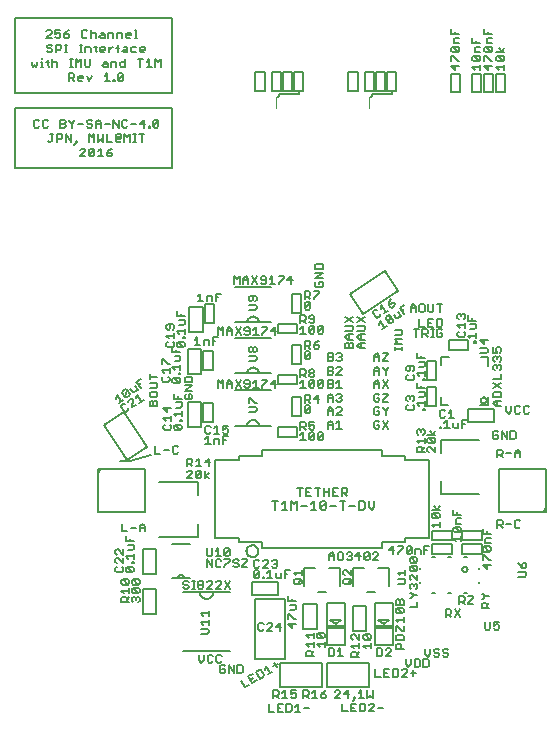
<source format=gto>
G75*
%MOIN*%
%OFA0B0*%
%FSLAX24Y24*%
%IPPOS*%
%LPD*%
%AMOC8*
5,1,8,0,0,1.08239X$1,22.5*
%
%ADD10C,0.0060*%
%ADD11C,0.0000*%
%ADD12C,0.0080*%
%ADD13C,0.0050*%
%ADD14R,0.0600X0.0125*%
D10*
X006700Y009670D02*
X006700Y009800D01*
X006743Y009843D01*
X006830Y009843D01*
X006873Y009800D01*
X006873Y009670D01*
X006873Y009757D02*
X006960Y009843D01*
X007050Y009800D02*
X007093Y009843D01*
X007137Y009843D01*
X007180Y009800D01*
X007223Y009843D01*
X007267Y009843D01*
X007310Y009800D01*
X007310Y009713D01*
X007267Y009670D01*
X007180Y009757D02*
X007180Y009800D01*
X007050Y009800D02*
X007050Y009713D01*
X007093Y009670D01*
X006960Y009670D02*
X006700Y009670D01*
X006787Y009965D02*
X006700Y010051D01*
X006960Y010051D01*
X006960Y009965D02*
X006960Y010138D01*
X007050Y010095D02*
X007093Y010138D01*
X007267Y009965D01*
X007310Y010008D01*
X007310Y010095D01*
X007267Y010138D01*
X007093Y010138D01*
X007050Y010095D02*
X007050Y010008D01*
X007093Y009965D01*
X007267Y009965D01*
X007267Y010259D02*
X007093Y010433D01*
X007267Y010433D01*
X007310Y010389D01*
X007310Y010303D01*
X007267Y010259D01*
X007093Y010259D01*
X007050Y010303D01*
X007050Y010389D01*
X007093Y010433D01*
X006960Y010389D02*
X006960Y010303D01*
X006917Y010259D01*
X006743Y010433D01*
X006917Y010433D01*
X006960Y010389D01*
X006917Y010259D02*
X006743Y010259D01*
X006700Y010303D01*
X006700Y010389D01*
X006743Y010433D01*
X006717Y010670D02*
X006543Y010670D01*
X006500Y010713D01*
X006500Y010800D01*
X006543Y010843D01*
X006543Y010965D02*
X006500Y011008D01*
X006500Y011095D01*
X006543Y011138D01*
X006587Y011138D01*
X006760Y010965D01*
X006760Y011138D01*
X006850Y011199D02*
X007110Y011199D01*
X007110Y011285D02*
X007110Y011112D01*
X007110Y011008D02*
X007110Y010965D01*
X007067Y010965D01*
X007067Y011008D01*
X007110Y011008D01*
X007067Y010843D02*
X007110Y010800D01*
X007110Y010713D01*
X007067Y010670D01*
X006893Y010843D01*
X007067Y010843D01*
X007067Y010670D02*
X006893Y010670D01*
X006850Y010713D01*
X006850Y010800D01*
X006893Y010843D01*
X006760Y010800D02*
X006717Y010843D01*
X006760Y010800D02*
X006760Y010713D01*
X006717Y010670D01*
X006937Y011112D02*
X006850Y011199D01*
X006760Y011259D02*
X006587Y011433D01*
X006543Y011433D01*
X006500Y011389D01*
X006500Y011303D01*
X006543Y011259D01*
X006760Y011259D02*
X006760Y011433D01*
X006937Y011407D02*
X007067Y011407D01*
X007110Y011450D01*
X007110Y011580D01*
X006937Y011580D01*
X006980Y011701D02*
X006980Y011788D01*
X007110Y011701D02*
X006850Y011701D01*
X006850Y011875D01*
X006893Y012030D02*
X006720Y012030D01*
X006720Y012290D01*
X007015Y012160D02*
X007188Y012160D01*
X007309Y012160D02*
X007483Y012160D01*
X007483Y012203D02*
X007483Y012030D01*
X007483Y012203D02*
X007396Y012290D01*
X007309Y012203D01*
X007309Y012030D01*
X008383Y011600D02*
X008997Y011600D01*
X009549Y011470D02*
X009549Y011253D01*
X009592Y011210D01*
X009679Y011210D01*
X009722Y011253D01*
X009722Y011470D01*
X009843Y011383D02*
X009930Y011470D01*
X009930Y011210D01*
X009843Y011210D02*
X010017Y011210D01*
X009973Y011095D02*
X009887Y011095D01*
X009843Y011052D01*
X009843Y010878D01*
X009887Y010835D01*
X009973Y010835D01*
X010017Y010878D01*
X010138Y010878D02*
X010138Y010835D01*
X010138Y010878D02*
X010312Y011052D01*
X010312Y011095D01*
X010138Y011095D01*
X010181Y011210D02*
X010138Y011253D01*
X010312Y011427D01*
X010312Y011253D01*
X010268Y011210D01*
X010181Y011210D01*
X010138Y011253D02*
X010138Y011427D01*
X010181Y011470D01*
X010268Y011470D01*
X010312Y011427D01*
X010476Y011095D02*
X010433Y011052D01*
X010433Y011008D01*
X010476Y010965D01*
X010563Y010965D01*
X010606Y010922D01*
X010606Y010878D01*
X010563Y010835D01*
X010476Y010835D01*
X010433Y010878D01*
X010476Y011095D02*
X010563Y011095D01*
X010606Y011052D01*
X010727Y011095D02*
X010901Y011095D01*
X010901Y011052D01*
X010727Y010878D01*
X010727Y010835D01*
X010901Y010835D01*
X011120Y010863D02*
X011163Y010820D01*
X011250Y010820D01*
X011293Y010863D01*
X011415Y010820D02*
X011588Y010993D01*
X011588Y011037D01*
X011545Y011080D01*
X011458Y011080D01*
X011415Y011037D01*
X011293Y011037D02*
X011250Y011080D01*
X011163Y011080D01*
X011120Y011037D01*
X011120Y010863D01*
X011163Y010730D02*
X011250Y010730D01*
X011293Y010687D01*
X011120Y010513D01*
X011163Y010470D01*
X011250Y010470D01*
X011293Y010513D01*
X011293Y010687D01*
X011163Y010730D02*
X011120Y010687D01*
X011120Y010513D01*
X011415Y010513D02*
X011415Y010470D01*
X011458Y010470D01*
X011458Y010513D01*
X011415Y010513D01*
X011562Y010470D02*
X011735Y010470D01*
X011649Y010470D02*
X011649Y010730D01*
X011562Y010643D01*
X011588Y010820D02*
X011415Y010820D01*
X011709Y010863D02*
X011753Y010820D01*
X011839Y010820D01*
X011883Y010863D01*
X011883Y010907D01*
X011839Y010950D01*
X011796Y010950D01*
X011839Y010950D02*
X011883Y010993D01*
X011883Y011037D01*
X011839Y011080D01*
X011753Y011080D01*
X011709Y011037D01*
X011857Y010643D02*
X011857Y010513D01*
X011900Y010470D01*
X012030Y010470D01*
X012030Y010643D01*
X012151Y010600D02*
X012238Y010600D01*
X012151Y010470D02*
X012151Y010730D01*
X012325Y010730D01*
X012450Y010651D02*
X012710Y010651D01*
X012710Y010565D02*
X012710Y010738D01*
X012537Y010565D02*
X012450Y010651D01*
X012493Y010443D02*
X012667Y010443D01*
X012710Y010400D01*
X012710Y010313D01*
X012667Y010270D01*
X012493Y010270D01*
X012450Y010313D01*
X012450Y010400D01*
X012493Y010443D01*
X012623Y010357D02*
X012710Y010443D01*
X012250Y009877D02*
X012250Y009704D01*
X012510Y009704D01*
X012510Y009583D02*
X012337Y009583D01*
X012380Y009704D02*
X012380Y009791D01*
X012510Y009583D02*
X012510Y009453D01*
X012467Y009409D01*
X012337Y009409D01*
X012293Y009288D02*
X012467Y009115D01*
X012510Y009115D01*
X012510Y008950D02*
X012250Y008950D01*
X012380Y008820D01*
X012380Y008993D01*
X012250Y009115D02*
X012250Y009288D01*
X012293Y009288D01*
X011989Y008980D02*
X011859Y008850D01*
X012033Y008850D01*
X011989Y008720D02*
X011989Y008980D01*
X011738Y008937D02*
X011738Y008893D01*
X011565Y008720D01*
X011738Y008720D01*
X011738Y008937D02*
X011695Y008980D01*
X011608Y008980D01*
X011565Y008937D01*
X011443Y008937D02*
X011400Y008980D01*
X011313Y008980D01*
X011270Y008937D01*
X011270Y008763D01*
X011313Y008720D01*
X011400Y008720D01*
X011443Y008763D01*
X011798Y007651D02*
X011885Y007501D01*
X011767Y007533D02*
X011917Y007620D01*
X011727Y007360D02*
X011576Y007273D01*
X011652Y007316D02*
X011522Y007542D01*
X011490Y007423D01*
X011363Y007400D02*
X011304Y007416D01*
X011191Y007351D01*
X011321Y007126D01*
X011434Y007191D01*
X011450Y007250D01*
X011363Y007400D01*
X011086Y007290D02*
X010936Y007204D01*
X011066Y006978D01*
X011216Y007065D01*
X011076Y007134D02*
X011001Y007091D01*
X010961Y006918D02*
X010811Y006831D01*
X010681Y007056D01*
X010697Y007310D02*
X010741Y007353D01*
X010741Y007527D01*
X010697Y007570D01*
X010567Y007570D01*
X010567Y007310D01*
X010697Y007310D01*
X010446Y007310D02*
X010446Y007570D01*
X010273Y007570D02*
X010446Y007310D01*
X010273Y007310D02*
X010273Y007570D01*
X010151Y007527D02*
X010108Y007570D01*
X010021Y007570D01*
X009978Y007527D01*
X009978Y007353D01*
X010021Y007310D01*
X010108Y007310D01*
X010151Y007353D01*
X010151Y007440D01*
X010065Y007440D01*
X009997Y007660D02*
X010041Y007703D01*
X009997Y007660D02*
X009911Y007660D01*
X009867Y007703D01*
X009867Y007877D01*
X009911Y007920D01*
X009997Y007920D01*
X010041Y007877D01*
X009746Y007877D02*
X009703Y007920D01*
X009616Y007920D01*
X009573Y007877D01*
X009573Y007703D01*
X009616Y007660D01*
X009703Y007660D01*
X009746Y007703D01*
X009451Y007747D02*
X009451Y007920D01*
X009278Y007920D02*
X009278Y007747D01*
X009365Y007660D01*
X009451Y007747D01*
X008753Y008056D02*
X010327Y008056D01*
X009610Y008663D02*
X009610Y008750D01*
X009567Y008793D01*
X009350Y008793D01*
X009437Y008915D02*
X009350Y009001D01*
X009610Y009001D01*
X009610Y008915D02*
X009610Y009088D01*
X009610Y009209D02*
X009610Y009383D01*
X009610Y009296D02*
X009350Y009296D01*
X009437Y009209D01*
X009610Y008663D02*
X009567Y008620D01*
X009350Y008620D01*
X009304Y010024D02*
X008753Y010024D01*
X008813Y010120D02*
X008770Y010163D01*
X008813Y010120D02*
X008900Y010120D01*
X008943Y010163D01*
X008943Y010207D01*
X008900Y010250D01*
X008813Y010250D01*
X008770Y010293D01*
X008770Y010337D01*
X008813Y010380D01*
X008900Y010380D01*
X008943Y010337D01*
X009065Y010380D02*
X009151Y010380D01*
X009108Y010380D02*
X009108Y010120D01*
X009065Y010120D02*
X009151Y010120D01*
X009261Y010163D02*
X009261Y010207D01*
X009304Y010250D01*
X009391Y010250D01*
X009435Y010207D01*
X009435Y010163D01*
X009391Y010120D01*
X009304Y010120D01*
X009261Y010163D01*
X009304Y010250D02*
X009261Y010293D01*
X009261Y010337D01*
X009304Y010380D01*
X009391Y010380D01*
X009435Y010337D01*
X009435Y010293D01*
X009391Y010250D01*
X009556Y010337D02*
X009599Y010380D01*
X009686Y010380D01*
X009729Y010337D01*
X009729Y010293D01*
X009556Y010120D01*
X009729Y010120D01*
X009776Y010024D02*
X009304Y010024D01*
X009306Y009994D01*
X009311Y009965D01*
X009321Y009937D01*
X009333Y009910D01*
X009349Y009885D01*
X009368Y009862D01*
X009390Y009842D01*
X009414Y009825D01*
X009440Y009810D01*
X009467Y009800D01*
X009496Y009792D01*
X009525Y009788D01*
X009555Y009788D01*
X009584Y009792D01*
X009613Y009800D01*
X009640Y009810D01*
X009666Y009825D01*
X009690Y009842D01*
X009712Y009862D01*
X009731Y009885D01*
X009747Y009910D01*
X009759Y009937D01*
X009769Y009965D01*
X009774Y009994D01*
X009776Y010024D01*
X010327Y010024D01*
X010319Y010120D02*
X010145Y010380D01*
X010024Y010337D02*
X009980Y010380D01*
X009894Y010380D01*
X009850Y010337D01*
X010024Y010337D02*
X010024Y010293D01*
X009850Y010120D01*
X010024Y010120D01*
X010145Y010120D02*
X010319Y010380D01*
X010017Y011052D02*
X009973Y011095D01*
X009722Y011095D02*
X009722Y010835D01*
X009549Y011095D01*
X009549Y010835D01*
X008997Y010480D02*
X008383Y010480D01*
X008590Y010490D02*
X008592Y010508D01*
X008597Y010526D01*
X008605Y010543D01*
X008616Y010557D01*
X008630Y010570D01*
X008645Y010580D01*
X008663Y010586D01*
X008681Y010590D01*
X008699Y010590D01*
X008717Y010586D01*
X008735Y010580D01*
X008750Y010570D01*
X008764Y010557D01*
X008775Y010543D01*
X008783Y010526D01*
X008788Y010508D01*
X008790Y010490D01*
X008895Y013799D02*
X009068Y013972D01*
X009068Y014016D01*
X009025Y014059D01*
X008938Y014059D01*
X008895Y014016D01*
X008895Y014199D02*
X008895Y014459D01*
X009025Y014459D01*
X009068Y014416D01*
X009068Y014329D01*
X009025Y014285D01*
X008895Y014285D01*
X008982Y014285D02*
X009068Y014199D01*
X009190Y014199D02*
X009363Y014199D01*
X009276Y014199D02*
X009276Y014459D01*
X009190Y014372D01*
X009484Y014329D02*
X009658Y014329D01*
X009614Y014199D02*
X009614Y014459D01*
X009484Y014329D01*
X009484Y014059D02*
X009484Y013799D01*
X009484Y013885D02*
X009614Y013972D01*
X009484Y013885D02*
X009614Y013799D01*
X009363Y013842D02*
X009363Y014016D01*
X009190Y013842D01*
X009233Y013799D01*
X009320Y013799D01*
X009363Y013842D01*
X009190Y013842D02*
X009190Y014016D01*
X009233Y014059D01*
X009320Y014059D01*
X009363Y014016D01*
X009068Y013799D02*
X008895Y013799D01*
X008539Y014620D02*
X008583Y014663D01*
X008539Y014620D02*
X008453Y014620D01*
X008409Y014663D01*
X008409Y014837D01*
X008453Y014880D01*
X008539Y014880D01*
X008583Y014837D01*
X008288Y014750D02*
X008115Y014750D01*
X007993Y014620D02*
X007820Y014620D01*
X007820Y014880D01*
X008143Y015420D02*
X008317Y015420D01*
X008360Y015463D01*
X008360Y015550D01*
X008317Y015593D01*
X008360Y015715D02*
X008360Y015888D01*
X008360Y015801D02*
X008100Y015801D01*
X008187Y015715D01*
X008143Y015593D02*
X008100Y015550D01*
X008100Y015463D01*
X008143Y015420D01*
X008450Y015463D02*
X008450Y015550D01*
X008493Y015593D01*
X008667Y015420D01*
X008710Y015463D01*
X008710Y015550D01*
X008667Y015593D01*
X008493Y015593D01*
X008450Y015463D02*
X008493Y015420D01*
X008667Y015420D01*
X008667Y015715D02*
X008667Y015758D01*
X008710Y015758D01*
X008710Y015715D01*
X008667Y015715D01*
X008710Y015862D02*
X008710Y016035D01*
X008710Y015949D02*
X008450Y015949D01*
X008537Y015862D01*
X008537Y016157D02*
X008667Y016157D01*
X008710Y016200D01*
X008710Y016330D01*
X008537Y016330D01*
X008580Y016451D02*
X008580Y016538D01*
X008710Y016451D02*
X008450Y016451D01*
X008450Y016625D01*
X008443Y016970D02*
X008400Y017013D01*
X008400Y017100D01*
X008443Y017143D01*
X008617Y016970D01*
X008660Y017013D01*
X008660Y017100D01*
X008617Y017143D01*
X008443Y017143D01*
X008310Y017150D02*
X008267Y017193D01*
X008310Y017150D02*
X008310Y017063D01*
X008267Y017020D01*
X008093Y017020D01*
X008050Y017063D01*
X008050Y017150D01*
X008093Y017193D01*
X008137Y017315D02*
X008050Y017401D01*
X008310Y017401D01*
X008310Y017315D02*
X008310Y017488D01*
X008400Y017499D02*
X008660Y017499D01*
X008660Y017585D02*
X008660Y017412D01*
X008660Y017308D02*
X008660Y017265D01*
X008617Y017265D01*
X008617Y017308D01*
X008660Y017308D01*
X008487Y017412D02*
X008400Y017499D01*
X008310Y017609D02*
X008267Y017609D01*
X008093Y017783D01*
X008050Y017783D01*
X008050Y017609D01*
X007900Y017191D02*
X007640Y017191D01*
X007640Y017277D02*
X007640Y017104D01*
X007640Y016983D02*
X007857Y016983D01*
X007900Y016939D01*
X007900Y016853D01*
X007857Y016809D01*
X007640Y016809D01*
X007683Y016688D02*
X007640Y016645D01*
X007640Y016558D01*
X007683Y016515D01*
X007857Y016515D01*
X007900Y016558D01*
X007900Y016645D01*
X007857Y016688D01*
X007683Y016688D01*
X007683Y016393D02*
X007727Y016393D01*
X007770Y016350D01*
X007770Y016220D01*
X007900Y016220D02*
X007900Y016350D01*
X007857Y016393D01*
X007813Y016393D01*
X007770Y016350D01*
X007683Y016393D02*
X007640Y016350D01*
X007640Y016220D01*
X007900Y016220D01*
X008100Y016139D02*
X008230Y016009D01*
X008230Y016183D01*
X008360Y016139D02*
X008100Y016139D01*
X008810Y016471D02*
X008810Y016558D01*
X008853Y016602D01*
X008940Y016602D02*
X008940Y016515D01*
X008940Y016602D02*
X009027Y016602D01*
X009070Y016558D01*
X009070Y016471D01*
X009027Y016428D01*
X008853Y016428D01*
X008810Y016471D01*
X008810Y016723D02*
X009070Y016896D01*
X008810Y016896D01*
X008810Y017017D02*
X008810Y017147D01*
X008853Y017191D01*
X009027Y017191D01*
X009070Y017147D01*
X009070Y017017D01*
X008810Y017017D01*
X008617Y016970D02*
X008443Y016970D01*
X008810Y016723D02*
X009070Y016723D01*
X008617Y017707D02*
X008487Y017707D01*
X008617Y017707D02*
X008660Y017750D01*
X008660Y017880D01*
X008487Y017880D01*
X008530Y018001D02*
X008530Y018088D01*
X008593Y018170D02*
X008550Y018213D01*
X008550Y018300D01*
X008593Y018343D01*
X008767Y018170D01*
X008810Y018213D01*
X008810Y018300D01*
X008767Y018343D01*
X008593Y018343D01*
X008460Y018300D02*
X008417Y018343D01*
X008460Y018300D02*
X008460Y018213D01*
X008417Y018170D01*
X008243Y018170D01*
X008200Y018213D01*
X008200Y018300D01*
X008243Y018343D01*
X008287Y018465D02*
X008200Y018551D01*
X008460Y018551D01*
X008460Y018465D02*
X008460Y018638D01*
X008550Y018699D02*
X008810Y018699D01*
X008810Y018785D02*
X008810Y018612D01*
X008810Y018508D02*
X008810Y018465D01*
X008767Y018465D01*
X008767Y018508D01*
X008810Y018508D01*
X008637Y018612D02*
X008550Y018699D01*
X008460Y018803D02*
X008460Y018889D01*
X008417Y018933D01*
X008243Y018933D01*
X008200Y018889D01*
X008200Y018803D01*
X008243Y018759D01*
X008287Y018759D01*
X008330Y018803D01*
X008330Y018933D01*
X008460Y018803D02*
X008417Y018759D01*
X008637Y018907D02*
X008767Y018907D01*
X008810Y018950D01*
X008810Y019080D01*
X008637Y019080D01*
X008680Y019201D02*
X008680Y019288D01*
X008810Y019201D02*
X008550Y019201D01*
X008550Y019375D01*
X009250Y019700D02*
X009423Y019700D01*
X009337Y019700D02*
X009337Y019960D01*
X009250Y019873D01*
X009545Y019873D02*
X009545Y019700D01*
X009718Y019700D02*
X009718Y019830D01*
X009675Y019873D01*
X009545Y019873D01*
X009839Y019830D02*
X009926Y019830D01*
X009839Y019700D02*
X009839Y019960D01*
X010013Y019960D01*
X010499Y020181D02*
X011681Y020181D01*
X011649Y020270D02*
X011822Y020270D01*
X011735Y020270D02*
X011735Y020530D01*
X011649Y020443D01*
X011527Y020400D02*
X011397Y020400D01*
X011354Y020443D01*
X011354Y020487D01*
X011397Y020530D01*
X011484Y020530D01*
X011527Y020487D01*
X011527Y020313D01*
X011484Y020270D01*
X011397Y020270D01*
X011354Y020313D01*
X011233Y020270D02*
X011059Y020530D01*
X010938Y020443D02*
X010938Y020270D01*
X011059Y020270D02*
X011233Y020530D01*
X010938Y020443D02*
X010851Y020530D01*
X010765Y020443D01*
X010765Y020270D01*
X010643Y020270D02*
X010643Y020530D01*
X010557Y020443D01*
X010470Y020530D01*
X010470Y020270D01*
X010765Y020400D02*
X010938Y020400D01*
X010993Y019888D02*
X010950Y019845D01*
X010950Y019758D01*
X010993Y019715D01*
X011037Y019715D01*
X011080Y019758D01*
X011080Y019888D01*
X011167Y019888D02*
X010993Y019888D01*
X011167Y019888D02*
X011210Y019845D01*
X011210Y019758D01*
X011167Y019715D01*
X011167Y019593D02*
X010950Y019593D01*
X010950Y019420D02*
X011167Y019420D01*
X011210Y019463D01*
X011210Y019550D01*
X011167Y019593D01*
X011287Y018999D02*
X011285Y019026D01*
X011280Y019052D01*
X011271Y019077D01*
X011258Y019101D01*
X011243Y019123D01*
X011224Y019143D01*
X011204Y019160D01*
X011181Y019174D01*
X011156Y019185D01*
X011130Y019192D01*
X011103Y019196D01*
X011077Y019196D01*
X011050Y019192D01*
X011024Y019185D01*
X010999Y019174D01*
X010976Y019160D01*
X010956Y019143D01*
X010937Y019123D01*
X010922Y019101D01*
X010909Y019077D01*
X010900Y019052D01*
X010895Y019026D01*
X010893Y018999D01*
X011287Y018999D01*
X011681Y018999D01*
X011567Y018830D02*
X011567Y018787D01*
X011393Y018613D01*
X011393Y018570D01*
X011272Y018570D02*
X011099Y018570D01*
X011185Y018570D02*
X011185Y018830D01*
X011099Y018743D01*
X010977Y018700D02*
X010847Y018700D01*
X010804Y018743D01*
X010804Y018787D01*
X010847Y018830D01*
X010934Y018830D01*
X010977Y018787D01*
X010977Y018613D01*
X010934Y018570D01*
X010847Y018570D01*
X010804Y018613D01*
X010683Y018570D02*
X010509Y018830D01*
X010388Y018743D02*
X010388Y018570D01*
X010509Y018570D02*
X010683Y018830D01*
X010499Y018999D02*
X010893Y018999D01*
X010499Y018481D02*
X011681Y018481D01*
X011818Y018570D02*
X011818Y018830D01*
X011688Y018700D01*
X011861Y018700D01*
X011567Y018830D02*
X011393Y018830D01*
X011167Y018188D02*
X011210Y018145D01*
X011210Y018058D01*
X011167Y018015D01*
X011123Y018015D01*
X011080Y018058D01*
X011080Y018145D01*
X011123Y018188D01*
X011167Y018188D01*
X011080Y018145D02*
X011037Y018188D01*
X010993Y018188D01*
X010950Y018145D01*
X010950Y018058D01*
X010993Y018015D01*
X011037Y018015D01*
X011080Y018058D01*
X011167Y017893D02*
X010950Y017893D01*
X010950Y017720D02*
X011167Y017720D01*
X011210Y017763D01*
X011210Y017850D01*
X011167Y017893D01*
X011287Y017299D02*
X011285Y017326D01*
X011280Y017352D01*
X011271Y017377D01*
X011258Y017401D01*
X011243Y017423D01*
X011224Y017443D01*
X011204Y017460D01*
X011181Y017474D01*
X011156Y017485D01*
X011130Y017492D01*
X011103Y017496D01*
X011077Y017496D01*
X011050Y017492D01*
X011024Y017485D01*
X010999Y017474D01*
X010976Y017460D01*
X010956Y017443D01*
X010937Y017423D01*
X010922Y017401D01*
X010909Y017377D01*
X010900Y017352D01*
X010895Y017326D01*
X010893Y017299D01*
X011287Y017299D01*
X011681Y017299D01*
X011567Y017080D02*
X011393Y017080D01*
X011567Y017080D02*
X011567Y017037D01*
X011393Y016863D01*
X011393Y016820D01*
X011272Y016820D02*
X011099Y016820D01*
X011185Y016820D02*
X011185Y017080D01*
X011099Y016993D01*
X010977Y016950D02*
X010847Y016950D01*
X010804Y016993D01*
X010804Y017037D01*
X010847Y017080D01*
X010934Y017080D01*
X010977Y017037D01*
X010977Y016863D01*
X010934Y016820D01*
X010847Y016820D01*
X010804Y016863D01*
X010683Y016820D02*
X010509Y017080D01*
X010388Y016993D02*
X010388Y016820D01*
X010509Y016820D02*
X010683Y017080D01*
X010499Y017299D02*
X010893Y017299D01*
X010388Y016993D02*
X010301Y017080D01*
X010215Y016993D01*
X010215Y016820D01*
X010093Y016820D02*
X010093Y017080D01*
X010007Y016993D01*
X009920Y017080D01*
X009920Y016820D01*
X010215Y016950D02*
X010388Y016950D01*
X010499Y016731D02*
X011681Y016731D01*
X011818Y016820D02*
X011818Y017080D01*
X011688Y016950D01*
X011861Y016950D01*
X012670Y016993D02*
X012757Y017080D01*
X012757Y016820D01*
X012843Y016820D02*
X012670Y016820D01*
X012820Y016580D02*
X012950Y016580D01*
X012993Y016537D01*
X012993Y016450D01*
X012950Y016407D01*
X012820Y016407D01*
X012907Y016407D02*
X012993Y016320D01*
X012950Y016230D02*
X012993Y016187D01*
X012820Y016013D01*
X012863Y015970D01*
X012950Y015970D01*
X012993Y016013D01*
X012993Y016187D01*
X012950Y016230D02*
X012863Y016230D01*
X012820Y016187D01*
X012820Y016013D01*
X012820Y016320D02*
X012820Y016580D01*
X013008Y016820D02*
X012965Y016863D01*
X013138Y017037D01*
X013138Y016863D01*
X013095Y016820D01*
X013008Y016820D01*
X012965Y016863D02*
X012965Y017037D01*
X013008Y017080D01*
X013095Y017080D01*
X013138Y017037D01*
X013259Y017037D02*
X013303Y017080D01*
X013389Y017080D01*
X013433Y017037D01*
X013259Y016863D01*
X013303Y016820D01*
X013389Y016820D01*
X013433Y016863D01*
X013433Y017037D01*
X013575Y017070D02*
X013705Y017070D01*
X013749Y017027D01*
X013749Y016983D01*
X013705Y016940D01*
X013575Y016940D01*
X013575Y016810D02*
X013575Y017070D01*
X013705Y016940D02*
X013749Y016897D01*
X013749Y016853D01*
X013705Y016810D01*
X013575Y016810D01*
X013662Y016620D02*
X013575Y016533D01*
X013575Y016360D01*
X013575Y016490D02*
X013749Y016490D01*
X013749Y016533D02*
X013749Y016360D01*
X013870Y016403D02*
X013913Y016360D01*
X014000Y016360D01*
X014043Y016403D01*
X014043Y016447D01*
X014000Y016490D01*
X013957Y016490D01*
X014000Y016490D02*
X014043Y016533D01*
X014043Y016577D01*
X014000Y016620D01*
X013913Y016620D01*
X013870Y016577D01*
X013749Y016533D02*
X013662Y016620D01*
X013870Y016810D02*
X014043Y016810D01*
X013957Y016810D02*
X013957Y017070D01*
X013870Y016983D01*
X013870Y017260D02*
X014043Y017433D01*
X014043Y017477D01*
X014000Y017520D01*
X013913Y017520D01*
X013870Y017477D01*
X013749Y017477D02*
X013749Y017433D01*
X013705Y017390D01*
X013575Y017390D01*
X013575Y017260D02*
X013705Y017260D01*
X013749Y017303D01*
X013749Y017347D01*
X013705Y017390D01*
X013749Y017477D02*
X013705Y017520D01*
X013575Y017520D01*
X013575Y017260D01*
X013870Y017260D02*
X014043Y017260D01*
X014000Y017710D02*
X013913Y017710D01*
X013870Y017753D01*
X013749Y017753D02*
X013705Y017710D01*
X013575Y017710D01*
X013575Y017970D01*
X013705Y017970D01*
X013749Y017927D01*
X013749Y017883D01*
X013705Y017840D01*
X013575Y017840D01*
X013705Y017840D02*
X013749Y017797D01*
X013749Y017753D01*
X013870Y017927D02*
X013913Y017970D01*
X014000Y017970D01*
X014043Y017927D01*
X014043Y017883D01*
X014000Y017840D01*
X014043Y017797D01*
X014043Y017753D01*
X014000Y017710D01*
X014000Y017840D02*
X013957Y017840D01*
X014160Y018131D02*
X014160Y018261D01*
X014203Y018304D01*
X014247Y018304D01*
X014290Y018261D01*
X014290Y018131D01*
X014290Y018261D02*
X014333Y018304D01*
X014377Y018304D01*
X014420Y018261D01*
X014420Y018131D01*
X014160Y018131D01*
X014247Y018425D02*
X014160Y018512D01*
X014247Y018599D01*
X014420Y018599D01*
X014377Y018720D02*
X014420Y018763D01*
X014420Y018850D01*
X014377Y018893D01*
X014160Y018893D01*
X014160Y019015D02*
X014420Y019188D01*
X014560Y019188D02*
X014820Y019015D01*
X014777Y018893D02*
X014560Y018893D01*
X014560Y019015D02*
X014820Y019188D01*
X015077Y019311D02*
X015174Y019168D01*
X015234Y019156D01*
X015306Y019204D01*
X015318Y019265D01*
X015442Y019296D02*
X015586Y019393D01*
X015514Y019345D02*
X015369Y019561D01*
X015345Y019440D01*
X015221Y019408D02*
X015160Y019420D01*
X015089Y019372D01*
X015077Y019311D01*
X015324Y019046D02*
X015470Y018830D01*
X015398Y018782D02*
X015542Y018879D01*
X015618Y018982D02*
X015665Y019223D01*
X015762Y019079D01*
X015750Y019019D01*
X015678Y018971D01*
X015618Y018982D01*
X015521Y019126D01*
X015533Y019186D01*
X015605Y019235D01*
X015665Y019223D01*
X015790Y019255D02*
X015862Y019147D01*
X015923Y019135D01*
X016030Y019208D01*
X015933Y019352D01*
X016058Y019384D02*
X016130Y019432D01*
X016131Y019276D02*
X015985Y019492D01*
X016129Y019589D01*
X016341Y019523D02*
X016341Y019350D01*
X016341Y019480D02*
X016515Y019480D01*
X016515Y019523D02*
X016515Y019350D01*
X016636Y019393D02*
X016679Y019350D01*
X016766Y019350D01*
X016810Y019393D01*
X016810Y019567D01*
X016766Y019610D01*
X016679Y019610D01*
X016636Y019567D01*
X016636Y019393D01*
X016515Y019523D02*
X016428Y019610D01*
X016341Y019523D01*
X016636Y019120D02*
X016636Y018860D01*
X016810Y018860D01*
X016864Y018770D02*
X016908Y018727D01*
X016908Y018640D01*
X016864Y018597D01*
X016734Y018597D01*
X016821Y018597D02*
X016908Y018510D01*
X017029Y018510D02*
X017116Y018510D01*
X017072Y018510D02*
X017072Y018770D01*
X017029Y018770D02*
X017116Y018770D01*
X017104Y018860D02*
X016931Y018860D01*
X016931Y019120D01*
X017104Y019120D01*
X017225Y019120D02*
X017225Y018860D01*
X017355Y018860D01*
X017399Y018903D01*
X017399Y019077D01*
X017355Y019120D01*
X017225Y019120D01*
X017017Y018990D02*
X016931Y018990D01*
X016864Y018770D02*
X016734Y018770D01*
X016734Y018510D01*
X016526Y018510D02*
X016526Y018770D01*
X016440Y018770D02*
X016613Y018770D01*
X016974Y019350D02*
X017061Y019350D01*
X017104Y019393D01*
X017104Y019610D01*
X017225Y019610D02*
X017399Y019610D01*
X017312Y019610D02*
X017312Y019350D01*
X016974Y019350D02*
X016931Y019393D01*
X016931Y019610D01*
X017269Y018770D02*
X017225Y018727D01*
X017225Y018553D01*
X017269Y018510D01*
X017355Y018510D01*
X017399Y018553D01*
X017399Y018640D01*
X017312Y018640D01*
X017399Y018727D02*
X017355Y018770D01*
X017269Y018770D01*
X017900Y018650D02*
X017900Y018563D01*
X017943Y018520D01*
X018117Y018520D01*
X018160Y018563D01*
X018160Y018650D01*
X018117Y018693D01*
X018160Y018815D02*
X018160Y018988D01*
X018160Y018901D02*
X017900Y018901D01*
X017987Y018815D01*
X017943Y018693D02*
X017900Y018650D01*
X018250Y018554D02*
X018510Y018554D01*
X018510Y018467D02*
X018510Y018641D01*
X018467Y018762D02*
X018510Y018805D01*
X018510Y018935D01*
X018337Y018935D01*
X018380Y019057D02*
X018380Y019143D01*
X018510Y019057D02*
X018250Y019057D01*
X018250Y019230D01*
X018160Y019239D02*
X018160Y019153D01*
X018117Y019109D01*
X018030Y019196D02*
X018030Y019239D01*
X018073Y019283D01*
X018117Y019283D01*
X018160Y019239D01*
X018030Y019239D02*
X017987Y019283D01*
X017943Y019283D01*
X017900Y019239D01*
X017900Y019153D01*
X017943Y019109D01*
X018337Y018762D02*
X018467Y018762D01*
X018250Y018554D02*
X018337Y018467D01*
X018467Y018363D02*
X018510Y018363D01*
X018510Y018320D01*
X018467Y018320D01*
X018467Y018363D01*
X018650Y018395D02*
X018780Y018265D01*
X018780Y018438D01*
X018910Y018395D02*
X018650Y018395D01*
X018650Y018143D02*
X018867Y018143D01*
X018910Y018100D01*
X018910Y018013D01*
X018867Y017970D01*
X018650Y017970D01*
X018674Y017827D02*
X018927Y017827D01*
X018927Y017554D01*
X019100Y017529D02*
X019100Y017442D01*
X019143Y017399D01*
X019230Y017485D02*
X019230Y017529D01*
X019273Y017572D01*
X019317Y017572D01*
X019360Y017529D01*
X019360Y017442D01*
X019317Y017399D01*
X019360Y017277D02*
X019360Y017104D01*
X019100Y017104D01*
X019100Y016983D02*
X019360Y016809D01*
X019317Y016688D02*
X019143Y016688D01*
X019100Y016645D01*
X019100Y016515D01*
X019360Y016515D01*
X019360Y016645D01*
X019317Y016688D01*
X019100Y016809D02*
X019360Y016983D01*
X019230Y017529D02*
X019187Y017572D01*
X019143Y017572D01*
X019100Y017529D01*
X019143Y017693D02*
X019100Y017737D01*
X019100Y017823D01*
X019143Y017867D01*
X019187Y017867D01*
X019230Y017823D01*
X019273Y017867D01*
X019317Y017867D01*
X019360Y017823D01*
X019360Y017737D01*
X019317Y017693D01*
X019230Y017780D02*
X019230Y017823D01*
X019230Y017988D02*
X019187Y018075D01*
X019187Y018118D01*
X019230Y018161D01*
X019317Y018161D01*
X019360Y018118D01*
X019360Y018031D01*
X019317Y017988D01*
X019230Y017988D02*
X019100Y017988D01*
X019100Y018161D01*
X017626Y017827D02*
X017353Y017827D01*
X017353Y017574D01*
X016810Y017555D02*
X016810Y017685D01*
X016637Y017685D01*
X016680Y017807D02*
X016680Y017893D01*
X016810Y017807D02*
X016550Y017807D01*
X016550Y017980D01*
X016417Y017538D02*
X016243Y017538D01*
X016200Y017495D01*
X016200Y017408D01*
X016243Y017365D01*
X016287Y017365D01*
X016330Y017408D01*
X016330Y017538D01*
X016417Y017538D02*
X016460Y017495D01*
X016460Y017408D01*
X016417Y017365D01*
X016417Y017243D02*
X016460Y017200D01*
X016460Y017113D01*
X016417Y017070D01*
X016243Y017070D01*
X016200Y017113D01*
X016200Y017200D01*
X016243Y017243D01*
X016550Y017304D02*
X016810Y017304D01*
X016810Y017217D02*
X016810Y017391D01*
X016767Y017512D02*
X016810Y017555D01*
X016767Y017512D02*
X016637Y017512D01*
X016550Y017304D02*
X016637Y017217D01*
X016767Y017113D02*
X016810Y017113D01*
X016810Y017070D01*
X016767Y017070D01*
X016767Y017113D01*
X016680Y016893D02*
X016680Y016807D01*
X016637Y016685D02*
X016810Y016685D01*
X016810Y016555D01*
X016767Y016512D01*
X016637Y016512D01*
X016460Y016495D02*
X016417Y016538D01*
X016373Y016538D01*
X016330Y016495D01*
X016330Y016451D01*
X016330Y016495D02*
X016287Y016538D01*
X016243Y016538D01*
X016200Y016495D01*
X016200Y016408D01*
X016243Y016365D01*
X016243Y016243D02*
X016200Y016200D01*
X016200Y016113D01*
X016243Y016070D01*
X016417Y016070D01*
X016460Y016113D01*
X016460Y016200D01*
X016417Y016243D01*
X016417Y016365D02*
X016460Y016408D01*
X016460Y016495D01*
X016550Y016304D02*
X016810Y016304D01*
X016810Y016217D02*
X016810Y016391D01*
X016637Y016217D02*
X016550Y016304D01*
X016767Y016113D02*
X016810Y016113D01*
X016810Y016070D01*
X016767Y016070D01*
X016767Y016113D01*
X017320Y016037D02*
X017320Y015863D01*
X017363Y015820D01*
X017450Y015820D01*
X017493Y015863D01*
X017615Y015820D02*
X017788Y015820D01*
X017701Y015820D02*
X017701Y016080D01*
X017615Y015993D01*
X017493Y016037D02*
X017450Y016080D01*
X017363Y016080D01*
X017320Y016037D01*
X017353Y016253D02*
X017353Y016516D01*
X017353Y016253D02*
X017596Y016253D01*
X017554Y015730D02*
X017554Y015470D01*
X017467Y015470D02*
X017641Y015470D01*
X017762Y015513D02*
X017762Y015643D01*
X017762Y015513D02*
X017805Y015470D01*
X017935Y015470D01*
X017935Y015643D01*
X018057Y015600D02*
X018143Y015600D01*
X018057Y015470D02*
X018057Y015730D01*
X018230Y015730D01*
X018664Y016253D02*
X018927Y016253D01*
X018927Y016506D01*
X018680Y016400D02*
X018682Y016420D01*
X018688Y016438D01*
X018697Y016456D01*
X018709Y016471D01*
X018724Y016483D01*
X018742Y016492D01*
X018760Y016498D01*
X018780Y016500D01*
X018800Y016498D01*
X018818Y016492D01*
X018836Y016483D01*
X018851Y016471D01*
X018863Y016456D01*
X018872Y016438D01*
X018878Y016420D01*
X018880Y016400D01*
X018878Y016380D01*
X018872Y016362D01*
X018863Y016344D01*
X018851Y016329D01*
X018836Y016317D01*
X018818Y016308D01*
X018800Y016302D01*
X018780Y016300D01*
X018760Y016302D01*
X018742Y016308D01*
X018724Y016317D01*
X018709Y016329D01*
X018697Y016344D01*
X018688Y016362D01*
X018682Y016380D01*
X018680Y016400D01*
X019100Y016307D02*
X019187Y016393D01*
X019360Y016393D01*
X019230Y016393D02*
X019230Y016220D01*
X019187Y016220D02*
X019100Y016307D01*
X019187Y016220D02*
X019360Y016220D01*
X019528Y016220D02*
X019528Y016047D01*
X019615Y015960D01*
X019701Y016047D01*
X019701Y016220D01*
X019823Y016177D02*
X019823Y016003D01*
X019866Y015960D01*
X019953Y015960D01*
X019996Y016003D01*
X020117Y016003D02*
X020161Y015960D01*
X020247Y015960D01*
X020291Y016003D01*
X020117Y016003D02*
X020117Y016177D01*
X020161Y016220D01*
X020247Y016220D01*
X020291Y016177D01*
X019996Y016177D02*
X019953Y016220D01*
X019866Y016220D01*
X019823Y016177D01*
X019797Y015370D02*
X019667Y015370D01*
X019667Y015110D01*
X019797Y015110D01*
X019841Y015153D01*
X019841Y015327D01*
X019797Y015370D01*
X019546Y015370D02*
X019546Y015110D01*
X019373Y015370D01*
X019373Y015110D01*
X019251Y015153D02*
X019251Y015240D01*
X019165Y015240D01*
X019251Y015153D02*
X019208Y015110D01*
X019121Y015110D01*
X019078Y015153D01*
X019078Y015327D01*
X019121Y015370D01*
X019208Y015370D01*
X019251Y015327D01*
X019236Y014760D02*
X019366Y014760D01*
X019410Y014717D01*
X019410Y014630D01*
X019366Y014587D01*
X019236Y014587D01*
X019323Y014587D02*
X019410Y014500D01*
X019236Y014500D02*
X019236Y014760D01*
X019531Y014630D02*
X019704Y014630D01*
X019825Y014630D02*
X019999Y014630D01*
X019999Y014673D02*
X019999Y014500D01*
X019999Y014673D02*
X019912Y014760D01*
X019825Y014673D01*
X019825Y014500D01*
X019869Y012410D02*
X019825Y012367D01*
X019825Y012193D01*
X019869Y012150D01*
X019955Y012150D01*
X019999Y012193D01*
X019999Y012367D02*
X019955Y012410D01*
X019869Y012410D01*
X019704Y012280D02*
X019531Y012280D01*
X019410Y012280D02*
X019366Y012237D01*
X019236Y012237D01*
X019323Y012237D02*
X019410Y012150D01*
X019410Y012280D02*
X019410Y012367D01*
X019366Y012410D01*
X019236Y012410D01*
X019236Y012150D01*
X019010Y011945D02*
X018750Y011945D01*
X018750Y012119D01*
X018880Y012032D02*
X018880Y011945D01*
X018880Y011824D02*
X019010Y011824D01*
X018880Y011824D02*
X018837Y011781D01*
X018837Y011651D01*
X019010Y011651D01*
X018967Y011530D02*
X019010Y011486D01*
X019010Y011399D01*
X018967Y011356D01*
X018793Y011530D01*
X018967Y011530D01*
X018793Y011530D02*
X018750Y011486D01*
X018750Y011399D01*
X018793Y011356D01*
X018967Y011356D01*
X018793Y011235D02*
X018967Y011061D01*
X019010Y011061D01*
X019010Y010897D02*
X018750Y010897D01*
X018880Y010767D01*
X018880Y010940D01*
X018750Y011061D02*
X018750Y011235D01*
X018793Y011235D01*
X018030Y011700D02*
X018030Y011873D01*
X018030Y011787D02*
X017770Y011787D01*
X017857Y011700D01*
X017813Y011995D02*
X017770Y012038D01*
X017770Y012125D01*
X017813Y012168D01*
X017987Y011995D01*
X018030Y012038D01*
X018030Y012125D01*
X017987Y012168D01*
X017813Y012168D01*
X017857Y012289D02*
X017857Y012419D01*
X017900Y012463D01*
X018030Y012463D01*
X018030Y012584D02*
X017770Y012584D01*
X017770Y012757D01*
X017900Y012671D02*
X017900Y012584D01*
X017857Y012289D02*
X018030Y012289D01*
X017987Y011995D02*
X017813Y011995D01*
X017310Y012170D02*
X017310Y012343D01*
X017310Y012257D02*
X017050Y012257D01*
X017137Y012170D01*
X017093Y012465D02*
X017050Y012508D01*
X017050Y012595D01*
X017093Y012638D01*
X017267Y012465D01*
X017310Y012508D01*
X017310Y012595D01*
X017267Y012638D01*
X017093Y012638D01*
X017050Y012759D02*
X017310Y012759D01*
X017223Y012759D02*
X017137Y012889D01*
X017223Y012759D02*
X017310Y012889D01*
X017267Y012465D02*
X017093Y012465D01*
X016969Y011530D02*
X016795Y011530D01*
X016795Y011270D01*
X016674Y011270D02*
X016674Y011400D01*
X016631Y011443D01*
X016501Y011443D01*
X016501Y011270D01*
X016527Y011167D02*
X016570Y011123D01*
X016570Y011037D01*
X016527Y010993D01*
X016353Y011167D01*
X016527Y011167D01*
X016527Y010993D02*
X016353Y010993D01*
X016310Y011037D01*
X016310Y011123D01*
X016353Y011167D01*
X016336Y011270D02*
X016249Y011270D01*
X016206Y011313D01*
X016380Y011487D01*
X016380Y011313D01*
X016336Y011270D01*
X016206Y011313D02*
X016206Y011487D01*
X016249Y011530D01*
X016336Y011530D01*
X016380Y011487D01*
X016085Y011487D02*
X015911Y011313D01*
X015911Y011270D01*
X015747Y011270D02*
X015747Y011530D01*
X015617Y011400D01*
X015790Y011400D01*
X015911Y011530D02*
X016085Y011530D01*
X016085Y011487D01*
X016353Y010872D02*
X016310Y010829D01*
X016310Y010742D01*
X016353Y010699D01*
X016527Y010699D01*
X016353Y010872D01*
X016527Y010872D01*
X016570Y010829D01*
X016570Y010742D01*
X016527Y010699D01*
X016570Y010577D02*
X016570Y010404D01*
X016397Y010577D01*
X016353Y010577D01*
X016310Y010534D01*
X016310Y010447D01*
X016353Y010404D01*
X016353Y010283D02*
X016397Y010283D01*
X016440Y010239D01*
X016483Y010283D01*
X016527Y010283D01*
X016570Y010239D01*
X016570Y010153D01*
X016527Y010109D01*
X016440Y010196D02*
X016440Y010239D01*
X016353Y010283D02*
X016310Y010239D01*
X016310Y010153D01*
X016353Y010109D01*
X016353Y009988D02*
X016310Y009988D01*
X016353Y009988D02*
X016440Y009901D01*
X016570Y009901D01*
X016440Y009901D02*
X016353Y009815D01*
X016310Y009815D01*
X016110Y009723D02*
X016110Y009593D01*
X015850Y009593D01*
X015850Y009723D01*
X015893Y009767D01*
X015937Y009767D01*
X015980Y009723D01*
X015980Y009593D01*
X015980Y009723D02*
X016023Y009767D01*
X016067Y009767D01*
X016110Y009723D01*
X016067Y009472D02*
X016110Y009429D01*
X016110Y009342D01*
X016067Y009299D01*
X015893Y009472D01*
X016067Y009472D01*
X016067Y009299D02*
X015893Y009299D01*
X015850Y009342D01*
X015850Y009429D01*
X015893Y009472D01*
X016110Y009177D02*
X016110Y009004D01*
X016110Y009091D02*
X015850Y009091D01*
X015937Y009004D01*
X015893Y008883D02*
X016067Y008709D01*
X016110Y008709D01*
X016110Y008883D01*
X015893Y008883D02*
X015850Y008883D01*
X015850Y008709D01*
X015893Y008588D02*
X015850Y008545D01*
X015850Y008415D01*
X016110Y008415D01*
X016110Y008545D01*
X016067Y008588D01*
X015893Y008588D01*
X015893Y008293D02*
X015980Y008293D01*
X016023Y008250D01*
X016023Y008120D01*
X016110Y008120D02*
X015850Y008120D01*
X015850Y008250D01*
X015893Y008293D01*
X015688Y008087D02*
X015645Y008130D01*
X015558Y008130D01*
X015515Y008087D01*
X015393Y008087D02*
X015350Y008130D01*
X015220Y008130D01*
X015220Y007870D01*
X015350Y007870D01*
X015393Y007913D01*
X015393Y008087D01*
X015515Y007870D02*
X015688Y008043D01*
X015688Y008087D01*
X015688Y007870D02*
X015515Y007870D01*
X015465Y007440D02*
X015465Y007180D01*
X015638Y007180D01*
X015759Y007180D02*
X015889Y007180D01*
X015933Y007223D01*
X015933Y007397D01*
X015889Y007440D01*
X015759Y007440D01*
X015759Y007180D01*
X015551Y007310D02*
X015465Y007310D01*
X015465Y007440D02*
X015638Y007440D01*
X015343Y007180D02*
X015170Y007180D01*
X015170Y007440D01*
X014630Y007836D02*
X014370Y007836D01*
X014370Y007966D01*
X014413Y008010D01*
X014500Y008010D01*
X014543Y007966D01*
X014543Y007836D01*
X014543Y007923D02*
X014630Y008010D01*
X014630Y008131D02*
X014630Y008304D01*
X014630Y008217D02*
X014370Y008217D01*
X014457Y008131D01*
X014413Y008425D02*
X014370Y008469D01*
X014370Y008555D01*
X014413Y008599D01*
X014457Y008599D01*
X014630Y008425D01*
X014630Y008599D01*
X014770Y008555D02*
X014813Y008599D01*
X014987Y008425D01*
X015030Y008469D01*
X015030Y008555D01*
X014987Y008599D01*
X014813Y008599D01*
X014770Y008555D02*
X014770Y008469D01*
X014813Y008425D01*
X014987Y008425D01*
X015030Y008304D02*
X015030Y008131D01*
X015030Y008217D02*
X014770Y008217D01*
X014857Y008131D01*
X014088Y007870D02*
X013915Y007870D01*
X014001Y007870D02*
X014001Y008130D01*
X013915Y008043D01*
X013793Y008087D02*
X013750Y008130D01*
X013620Y008130D01*
X013620Y007870D01*
X013750Y007870D01*
X013793Y007913D01*
X013793Y008087D01*
X013480Y008181D02*
X013480Y008354D01*
X013480Y008267D02*
X013220Y008267D01*
X013307Y008181D01*
X013130Y008181D02*
X013130Y008354D01*
X013130Y008267D02*
X012870Y008267D01*
X012957Y008181D01*
X013000Y008060D02*
X013043Y008016D01*
X013043Y007886D01*
X013043Y007973D02*
X013130Y008060D01*
X013000Y008060D02*
X012913Y008060D01*
X012870Y008016D01*
X012870Y007886D01*
X013130Y007886D01*
X013130Y008475D02*
X013130Y008649D01*
X013130Y008562D02*
X012870Y008562D01*
X012957Y008475D01*
X013220Y008519D02*
X013220Y008605D01*
X013263Y008649D01*
X013437Y008475D01*
X013480Y008519D01*
X013480Y008605D01*
X013437Y008649D01*
X013263Y008649D01*
X013220Y008519D02*
X013263Y008475D01*
X013437Y008475D01*
X013533Y006730D02*
X013446Y006687D01*
X013359Y006600D01*
X013489Y006600D01*
X013533Y006557D01*
X013533Y006513D01*
X013489Y006470D01*
X013403Y006470D01*
X013359Y006513D01*
X013359Y006600D01*
X013238Y006470D02*
X013065Y006470D01*
X013151Y006470D02*
X013151Y006730D01*
X013065Y006643D01*
X012943Y006600D02*
X012900Y006557D01*
X012770Y006557D01*
X012857Y006557D02*
X012943Y006470D01*
X012943Y006600D02*
X012943Y006687D01*
X012900Y006730D01*
X012770Y006730D01*
X012770Y006470D01*
X012533Y006513D02*
X012489Y006470D01*
X012403Y006470D01*
X012359Y006513D01*
X012359Y006600D02*
X012446Y006643D01*
X012489Y006643D01*
X012533Y006600D01*
X012533Y006513D01*
X012359Y006600D02*
X012359Y006730D01*
X012533Y006730D01*
X012151Y006730D02*
X012151Y006470D01*
X012065Y006470D02*
X012238Y006470D01*
X012199Y006280D02*
X012329Y006280D01*
X012373Y006237D01*
X012373Y006063D01*
X012329Y006020D01*
X012199Y006020D01*
X012199Y006280D01*
X012078Y006280D02*
X011905Y006280D01*
X011905Y006020D01*
X012078Y006020D01*
X011991Y006150D02*
X011905Y006150D01*
X011783Y006020D02*
X011610Y006020D01*
X011610Y006280D01*
X011770Y006470D02*
X011770Y006730D01*
X011900Y006730D01*
X011943Y006687D01*
X011943Y006600D01*
X011900Y006557D01*
X011770Y006557D01*
X011857Y006557D02*
X011943Y006470D01*
X012065Y006643D02*
X012151Y006730D01*
X012581Y006280D02*
X012581Y006020D01*
X012667Y006020D02*
X012494Y006020D01*
X012494Y006193D02*
X012581Y006280D01*
X012789Y006150D02*
X012962Y006150D01*
X013820Y006470D02*
X013993Y006643D01*
X013993Y006687D01*
X013950Y006730D01*
X013863Y006730D01*
X013820Y006687D01*
X013820Y006470D02*
X013993Y006470D01*
X014115Y006600D02*
X014288Y006600D01*
X014245Y006470D02*
X014245Y006730D01*
X014115Y006600D01*
X014070Y006290D02*
X014070Y006030D01*
X014243Y006030D01*
X014365Y006030D02*
X014538Y006030D01*
X014659Y006030D02*
X014789Y006030D01*
X014833Y006073D01*
X014833Y006247D01*
X014789Y006290D01*
X014659Y006290D01*
X014659Y006030D01*
X014451Y006160D02*
X014365Y006160D01*
X014365Y006290D02*
X014365Y006030D01*
X014365Y006290D02*
X014538Y006290D01*
X014409Y006383D02*
X014496Y006470D01*
X014453Y006470D01*
X014453Y006513D01*
X014496Y006513D01*
X014496Y006470D01*
X014606Y006470D02*
X014779Y006470D01*
X014692Y006470D02*
X014692Y006730D01*
X014606Y006643D01*
X014900Y006730D02*
X014900Y006470D01*
X014987Y006557D01*
X015074Y006470D01*
X015074Y006730D01*
X015084Y006290D02*
X014997Y006290D01*
X014954Y006247D01*
X015084Y006290D02*
X015127Y006247D01*
X015127Y006203D01*
X014954Y006030D01*
X015127Y006030D01*
X015249Y006160D02*
X015422Y006160D01*
X016054Y007180D02*
X016227Y007353D01*
X016227Y007397D01*
X016184Y007440D01*
X016097Y007440D01*
X016054Y007397D01*
X016054Y007180D02*
X016227Y007180D01*
X016349Y007310D02*
X016522Y007310D01*
X016435Y007397D02*
X016435Y007223D01*
X016473Y007510D02*
X016603Y007510D01*
X016646Y007553D01*
X016646Y007727D01*
X016603Y007770D01*
X016473Y007770D01*
X016473Y007510D01*
X016351Y007597D02*
X016351Y007770D01*
X016178Y007770D02*
X016178Y007597D01*
X016265Y007510D01*
X016351Y007597D01*
X016767Y007510D02*
X016767Y007770D01*
X016897Y007770D01*
X016941Y007727D01*
X016941Y007553D01*
X016897Y007510D01*
X016767Y007510D01*
X016915Y007860D02*
X017001Y007947D01*
X017001Y008120D01*
X017123Y008077D02*
X017123Y008033D01*
X017166Y007990D01*
X017253Y007990D01*
X017296Y007947D01*
X017296Y007903D01*
X017253Y007860D01*
X017166Y007860D01*
X017123Y007903D01*
X017123Y008077D02*
X017166Y008120D01*
X017253Y008120D01*
X017296Y008077D01*
X017417Y008077D02*
X017417Y008033D01*
X017461Y007990D01*
X017547Y007990D01*
X017591Y007947D01*
X017591Y007903D01*
X017547Y007860D01*
X017461Y007860D01*
X017417Y007903D01*
X017417Y008077D02*
X017461Y008120D01*
X017547Y008120D01*
X017591Y008077D01*
X016915Y007860D02*
X016828Y007947D01*
X016828Y008120D01*
X017520Y009170D02*
X017520Y009430D01*
X017650Y009430D01*
X017693Y009387D01*
X017693Y009300D01*
X017650Y009257D01*
X017520Y009257D01*
X017607Y009257D02*
X017693Y009170D01*
X017815Y009170D02*
X017988Y009430D01*
X017815Y009430D02*
X017988Y009170D01*
X017970Y009605D02*
X017970Y009865D01*
X018100Y009865D01*
X018143Y009822D01*
X018143Y009735D01*
X018100Y009692D01*
X017970Y009692D01*
X018057Y009692D02*
X018143Y009605D01*
X018265Y009605D02*
X018438Y009605D01*
X018265Y009605D02*
X018265Y009648D01*
X018438Y009822D01*
X018438Y009865D01*
X018265Y009865D01*
X018705Y009949D02*
X018748Y009949D01*
X018835Y009862D01*
X018965Y009862D01*
X018835Y009862D02*
X018748Y009775D01*
X018705Y009775D01*
X018748Y009654D02*
X018705Y009611D01*
X018705Y009481D01*
X018965Y009481D01*
X018878Y009481D02*
X018878Y009611D01*
X018835Y009654D01*
X018748Y009654D01*
X018878Y009567D02*
X018965Y009654D01*
X018993Y009020D02*
X018993Y008803D01*
X018950Y008760D01*
X018863Y008760D01*
X018820Y008803D01*
X018820Y009020D01*
X019115Y009020D02*
X019115Y008890D01*
X019201Y008933D01*
X019245Y008933D01*
X019288Y008890D01*
X019288Y008803D01*
X019245Y008760D01*
X019158Y008760D01*
X019115Y008803D01*
X019115Y009020D02*
X019288Y009020D01*
X019935Y010520D02*
X020152Y010520D01*
X020195Y010563D01*
X020195Y010650D01*
X020152Y010693D01*
X019935Y010693D01*
X020065Y010815D02*
X020065Y010945D01*
X020108Y010988D01*
X020152Y010988D01*
X020195Y010945D01*
X020195Y010858D01*
X020152Y010815D01*
X020065Y010815D01*
X019978Y010901D01*
X019935Y010988D01*
X016882Y011400D02*
X016795Y011400D01*
X016170Y010738D02*
X016170Y010565D01*
X016170Y010651D02*
X015910Y010651D01*
X015997Y010565D01*
X015910Y010443D02*
X016127Y010443D01*
X016170Y010400D01*
X016170Y010313D01*
X016127Y010270D01*
X015910Y010270D01*
X016570Y009693D02*
X016570Y009520D01*
X016310Y009520D01*
X015267Y011070D02*
X015093Y011070D01*
X015267Y011243D01*
X015267Y011287D01*
X015223Y011330D01*
X015137Y011330D01*
X015093Y011287D01*
X014972Y011287D02*
X014799Y011113D01*
X014842Y011070D01*
X014929Y011070D01*
X014972Y011113D01*
X014972Y011287D01*
X014929Y011330D01*
X014842Y011330D01*
X014799Y011287D01*
X014799Y011113D01*
X014677Y011200D02*
X014504Y011200D01*
X014634Y011330D01*
X014634Y011070D01*
X014383Y011113D02*
X014383Y011157D01*
X014339Y011200D01*
X014296Y011200D01*
X014339Y011200D02*
X014383Y011243D01*
X014383Y011287D01*
X014339Y011330D01*
X014253Y011330D01*
X014209Y011287D01*
X014088Y011287D02*
X014088Y011113D01*
X014045Y011070D01*
X013958Y011070D01*
X013915Y011113D01*
X013915Y011287D01*
X013958Y011330D01*
X014045Y011330D01*
X014088Y011287D01*
X014209Y011113D02*
X014253Y011070D01*
X014339Y011070D01*
X014383Y011113D01*
X014360Y010738D02*
X014360Y010565D01*
X014187Y010738D01*
X014143Y010738D01*
X014100Y010695D01*
X014100Y010608D01*
X014143Y010565D01*
X014143Y010443D02*
X014317Y010443D01*
X014360Y010400D01*
X014360Y010313D01*
X014317Y010270D01*
X014143Y010270D01*
X014100Y010313D01*
X014100Y010400D01*
X014143Y010443D01*
X014273Y010357D02*
X014360Y010443D01*
X013793Y011070D02*
X013793Y011243D01*
X013707Y011330D01*
X013620Y011243D01*
X013620Y011070D01*
X013620Y011200D02*
X013793Y011200D01*
X014073Y012745D02*
X014073Y013035D01*
X014169Y013035D02*
X013976Y013035D01*
X013922Y013220D02*
X013749Y013220D01*
X013749Y013480D01*
X013922Y013480D01*
X014043Y013480D02*
X014043Y013220D01*
X014043Y013307D02*
X014173Y013307D01*
X014217Y013350D01*
X014217Y013437D01*
X014173Y013480D01*
X014043Y013480D01*
X014130Y013307D02*
X014217Y013220D01*
X014298Y012890D02*
X014492Y012890D01*
X014620Y012745D02*
X014766Y012745D01*
X014814Y012794D01*
X014814Y012987D01*
X014766Y013035D01*
X014620Y013035D01*
X014620Y012745D01*
X014943Y012842D02*
X014943Y013035D01*
X014943Y012842D02*
X015039Y012745D01*
X015136Y012842D01*
X015136Y013035D01*
X013847Y012890D02*
X013654Y012890D01*
X013525Y012794D02*
X013476Y012745D01*
X013380Y012745D01*
X013331Y012794D01*
X013525Y012987D01*
X013525Y012794D01*
X013525Y012987D02*
X013476Y013035D01*
X013380Y013035D01*
X013331Y012987D01*
X013331Y012794D01*
X013203Y012745D02*
X013009Y012745D01*
X013106Y012745D02*
X013106Y013035D01*
X013009Y012939D01*
X012880Y012890D02*
X012687Y012890D01*
X012558Y013035D02*
X012558Y012745D01*
X012365Y012745D02*
X012365Y013035D01*
X012461Y012939D01*
X012558Y013035D01*
X012657Y013220D02*
X012657Y013480D01*
X012743Y013480D02*
X012570Y013480D01*
X012139Y013035D02*
X012139Y012745D01*
X012042Y012745D02*
X012236Y012745D01*
X012042Y012939D02*
X012139Y013035D01*
X011913Y013035D02*
X011720Y013035D01*
X011817Y013035D02*
X011817Y012745D01*
X012865Y013220D02*
X013038Y013220D01*
X012951Y013350D02*
X012865Y013350D01*
X012865Y013480D02*
X012865Y013220D01*
X012865Y013480D02*
X013038Y013480D01*
X013159Y013480D02*
X013333Y013480D01*
X013246Y013480D02*
X013246Y013220D01*
X013454Y013220D02*
X013454Y013480D01*
X013454Y013350D02*
X013627Y013350D01*
X013749Y013350D02*
X013835Y013350D01*
X013627Y013480D02*
X013627Y013220D01*
X013389Y015070D02*
X013303Y015070D01*
X013259Y015113D01*
X013433Y015287D01*
X013433Y015113D01*
X013389Y015070D01*
X013259Y015113D02*
X013259Y015287D01*
X013303Y015330D01*
X013389Y015330D01*
X013433Y015287D01*
X013575Y015460D02*
X013575Y015633D01*
X013662Y015720D01*
X013749Y015633D01*
X013749Y015460D01*
X013870Y015460D02*
X014043Y015460D01*
X013957Y015460D02*
X013957Y015720D01*
X013870Y015633D01*
X013749Y015590D02*
X013575Y015590D01*
X013575Y015910D02*
X013575Y016083D01*
X013662Y016170D01*
X013749Y016083D01*
X013749Y015910D01*
X013870Y015910D02*
X014043Y016083D01*
X014043Y016127D01*
X014000Y016170D01*
X013913Y016170D01*
X013870Y016127D01*
X013749Y016040D02*
X013575Y016040D01*
X013870Y015910D02*
X014043Y015910D01*
X013245Y016320D02*
X013245Y016580D01*
X013115Y016450D01*
X013288Y016450D01*
X013259Y016863D02*
X013259Y017037D01*
X013095Y017170D02*
X013008Y017170D01*
X012965Y017213D01*
X012965Y017257D01*
X013008Y017300D01*
X013095Y017300D01*
X013138Y017257D01*
X013138Y017213D01*
X013095Y017170D01*
X013095Y017300D02*
X013138Y017343D01*
X013138Y017387D01*
X013095Y017430D01*
X013008Y017430D01*
X012965Y017387D01*
X012965Y017343D01*
X013008Y017300D01*
X012843Y017300D02*
X012800Y017257D01*
X012670Y017257D01*
X012757Y017257D02*
X012843Y017170D01*
X012843Y017300D02*
X012843Y017387D01*
X012800Y017430D01*
X012670Y017430D01*
X012670Y017170D01*
X012863Y017770D02*
X012820Y017813D01*
X012993Y017987D01*
X012993Y017813D01*
X012950Y017770D01*
X012863Y017770D01*
X012820Y017813D02*
X012820Y017987D01*
X012863Y018030D01*
X012950Y018030D01*
X012993Y017987D01*
X012993Y018120D02*
X012907Y018207D01*
X012950Y018207D02*
X012820Y018207D01*
X012820Y018120D02*
X012820Y018380D01*
X012950Y018380D01*
X012993Y018337D01*
X012993Y018250D01*
X012950Y018207D01*
X013115Y018250D02*
X013245Y018250D01*
X013288Y018207D01*
X013288Y018163D01*
X013245Y018120D01*
X013158Y018120D01*
X013115Y018163D01*
X013115Y018250D01*
X013201Y018337D01*
X013288Y018380D01*
X013303Y018620D02*
X013259Y018663D01*
X013433Y018837D01*
X013433Y018663D01*
X013389Y018620D01*
X013303Y018620D01*
X013259Y018663D02*
X013259Y018837D01*
X013303Y018880D01*
X013389Y018880D01*
X013433Y018837D01*
X013138Y018837D02*
X013138Y018663D01*
X013095Y018620D01*
X013008Y018620D01*
X012965Y018663D01*
X013138Y018837D01*
X013095Y018880D01*
X013008Y018880D01*
X012965Y018837D01*
X012965Y018663D01*
X012843Y018620D02*
X012670Y018620D01*
X012757Y018620D02*
X012757Y018880D01*
X012670Y018793D01*
X012670Y018970D02*
X012670Y019230D01*
X012800Y019230D01*
X012843Y019187D01*
X012843Y019100D01*
X012800Y019057D01*
X012670Y019057D01*
X012757Y019057D02*
X012843Y018970D01*
X012965Y019013D02*
X013008Y018970D01*
X013095Y018970D01*
X013138Y019013D01*
X013138Y019187D01*
X013095Y019230D01*
X013008Y019230D01*
X012965Y019187D01*
X012965Y019143D01*
X013008Y019100D01*
X013138Y019100D01*
X012950Y019420D02*
X012863Y019420D01*
X012820Y019463D01*
X012993Y019637D01*
X012993Y019463D01*
X012950Y019420D01*
X012820Y019463D02*
X012820Y019637D01*
X012863Y019680D01*
X012950Y019680D01*
X012993Y019637D01*
X012993Y019770D02*
X012907Y019857D01*
X012950Y019857D02*
X012820Y019857D01*
X012820Y019770D02*
X012820Y020030D01*
X012950Y020030D01*
X012993Y019987D01*
X012993Y019900D01*
X012950Y019857D01*
X013115Y019813D02*
X013115Y019770D01*
X013115Y019813D02*
X013288Y019987D01*
X013288Y020030D01*
X013115Y020030D01*
X013203Y020178D02*
X013377Y020178D01*
X013420Y020221D01*
X013420Y020308D01*
X013377Y020352D01*
X013290Y020352D01*
X013290Y020265D01*
X013203Y020352D02*
X013160Y020308D01*
X013160Y020221D01*
X013203Y020178D01*
X013160Y020473D02*
X013420Y020646D01*
X013160Y020646D01*
X013160Y020767D02*
X013160Y020897D01*
X013203Y020941D01*
X013377Y020941D01*
X013420Y020897D01*
X013420Y020767D01*
X013160Y020767D01*
X013160Y020473D02*
X013420Y020473D01*
X012411Y020400D02*
X012238Y020400D01*
X012368Y020530D01*
X012368Y020270D01*
X012117Y020487D02*
X011943Y020313D01*
X011943Y020270D01*
X011943Y020530D02*
X012117Y020530D01*
X012117Y020487D01*
X014160Y019188D02*
X014420Y019015D01*
X014377Y018720D02*
X014160Y018720D01*
X014290Y018599D02*
X014290Y018425D01*
X014247Y018425D02*
X014420Y018425D01*
X014560Y018512D02*
X014647Y018599D01*
X014820Y018599D01*
X014777Y018720D02*
X014820Y018763D01*
X014820Y018850D01*
X014777Y018893D01*
X014777Y018720D02*
X014560Y018720D01*
X014690Y018599D02*
X014690Y018425D01*
X014647Y018425D02*
X014560Y018512D01*
X014647Y018425D02*
X014820Y018425D01*
X014820Y018304D02*
X014647Y018304D01*
X014560Y018217D01*
X014647Y018131D01*
X014820Y018131D01*
X014690Y018131D02*
X014690Y018304D01*
X015131Y017883D02*
X015131Y017710D01*
X015131Y017840D02*
X015304Y017840D01*
X015304Y017883D02*
X015304Y017710D01*
X015425Y017710D02*
X015599Y017710D01*
X015425Y017710D02*
X015425Y017753D01*
X015599Y017927D01*
X015599Y017970D01*
X015425Y017970D01*
X015304Y017883D02*
X015217Y017970D01*
X015131Y017883D01*
X015217Y017520D02*
X015304Y017433D01*
X015304Y017260D01*
X015304Y017390D02*
X015131Y017390D01*
X015131Y017433D02*
X015217Y017520D01*
X015131Y017433D02*
X015131Y017260D01*
X015217Y017070D02*
X015304Y016983D01*
X015304Y016810D01*
X015425Y016810D02*
X015599Y017070D01*
X015425Y017070D02*
X015599Y016810D01*
X015599Y016620D02*
X015599Y016577D01*
X015425Y016403D01*
X015425Y016360D01*
X015599Y016360D01*
X015599Y016170D02*
X015599Y016127D01*
X015512Y016040D01*
X015512Y015910D01*
X015512Y016040D02*
X015425Y016127D01*
X015425Y016170D01*
X015304Y016127D02*
X015261Y016170D01*
X015174Y016170D01*
X015131Y016127D01*
X015131Y015953D01*
X015174Y015910D01*
X015261Y015910D01*
X015304Y015953D01*
X015304Y016040D01*
X015217Y016040D01*
X015174Y015720D02*
X015131Y015677D01*
X015131Y015503D01*
X015174Y015460D01*
X015261Y015460D01*
X015304Y015503D01*
X015304Y015590D01*
X015217Y015590D01*
X015304Y015677D02*
X015261Y015720D01*
X015174Y015720D01*
X015425Y015720D02*
X015599Y015460D01*
X015425Y015460D02*
X015599Y015720D01*
X015261Y016360D02*
X015304Y016403D01*
X015304Y016490D01*
X015217Y016490D01*
X015131Y016403D02*
X015174Y016360D01*
X015261Y016360D01*
X015131Y016403D02*
X015131Y016577D01*
X015174Y016620D01*
X015261Y016620D01*
X015304Y016577D01*
X015425Y016620D02*
X015599Y016620D01*
X015304Y016940D02*
X015131Y016940D01*
X015131Y016983D02*
X015217Y017070D01*
X015131Y016983D02*
X015131Y016810D01*
X015512Y017260D02*
X015512Y017390D01*
X015599Y017477D01*
X015599Y017520D01*
X015512Y017390D02*
X015425Y017477D01*
X015425Y017520D01*
X015810Y018077D02*
X015810Y018164D01*
X015810Y018121D02*
X016070Y018121D01*
X016070Y018164D02*
X016070Y018077D01*
X016070Y018274D02*
X015810Y018274D01*
X015897Y018360D01*
X015810Y018447D01*
X016070Y018447D01*
X016027Y018568D02*
X016070Y018612D01*
X016070Y018698D01*
X016027Y018742D01*
X015810Y018742D01*
X015810Y018568D02*
X016027Y018568D01*
X015301Y018925D02*
X015324Y019046D01*
X015662Y019497D02*
X015723Y019485D01*
X015795Y019534D01*
X015806Y019594D01*
X015782Y019630D01*
X015722Y019642D01*
X015614Y019569D01*
X015662Y019497D01*
X015614Y019569D02*
X015637Y019689D01*
X015685Y019774D01*
X016550Y016980D02*
X016550Y016807D01*
X016810Y016807D01*
X017554Y015730D02*
X017467Y015643D01*
X017363Y015513D02*
X017363Y015470D01*
X017320Y015470D01*
X017320Y015513D01*
X017363Y015513D01*
X017160Y015389D02*
X017073Y015259D01*
X016987Y015389D01*
X016900Y015259D02*
X017160Y015259D01*
X017117Y015138D02*
X017160Y015095D01*
X017160Y015008D01*
X017117Y014965D01*
X016943Y015138D01*
X017117Y015138D01*
X017117Y014965D02*
X016943Y014965D01*
X016900Y015008D01*
X016900Y015095D01*
X016943Y015138D01*
X016810Y015138D02*
X016810Y014965D01*
X016810Y015051D02*
X016550Y015051D01*
X016637Y014965D01*
X016593Y014843D02*
X016680Y014843D01*
X016723Y014800D01*
X016723Y014670D01*
X016723Y014757D02*
X016810Y014843D01*
X016900Y014800D02*
X016900Y014713D01*
X016943Y014670D01*
X016810Y014670D02*
X016550Y014670D01*
X016550Y014800D01*
X016593Y014843D01*
X016900Y014800D02*
X016943Y014843D01*
X016987Y014843D01*
X017160Y014670D01*
X017160Y014843D01*
X016767Y015259D02*
X016810Y015303D01*
X016810Y015389D01*
X016767Y015433D01*
X016723Y015433D01*
X016680Y015389D01*
X016680Y015346D01*
X016680Y015389D02*
X016637Y015433D01*
X016593Y015433D01*
X016550Y015389D01*
X016550Y015303D01*
X016593Y015259D01*
X013138Y015287D02*
X013138Y015113D01*
X013095Y015070D01*
X013008Y015070D01*
X012965Y015113D01*
X013138Y015287D01*
X013095Y015330D01*
X013008Y015330D01*
X012965Y015287D01*
X012965Y015113D01*
X012843Y015070D02*
X012670Y015070D01*
X012757Y015070D02*
X012757Y015330D01*
X012670Y015243D01*
X012670Y015420D02*
X012670Y015680D01*
X012800Y015680D01*
X012843Y015637D01*
X012843Y015550D01*
X012800Y015507D01*
X012670Y015507D01*
X012757Y015507D02*
X012843Y015420D01*
X012965Y015463D02*
X013008Y015420D01*
X013095Y015420D01*
X013138Y015463D01*
X013138Y015550D01*
X013095Y015593D01*
X013051Y015593D01*
X012965Y015550D01*
X012965Y015680D01*
X013138Y015680D01*
X011681Y015549D02*
X011287Y015549D01*
X010893Y015549D01*
X010499Y015549D01*
X010263Y015550D02*
X010089Y015550D01*
X010089Y015420D01*
X010176Y015463D01*
X010219Y015463D01*
X010263Y015420D01*
X010263Y015333D01*
X010219Y015290D01*
X010133Y015290D01*
X010089Y015333D01*
X010089Y015210D02*
X010263Y015210D01*
X010176Y015080D02*
X010089Y015080D01*
X009968Y015080D02*
X009968Y014950D01*
X010089Y014950D02*
X010089Y015210D01*
X009968Y015290D02*
X009795Y015290D01*
X009881Y015290D02*
X009881Y015550D01*
X009795Y015463D01*
X009673Y015507D02*
X009630Y015550D01*
X009543Y015550D01*
X009500Y015507D01*
X009500Y015333D01*
X009543Y015290D01*
X009630Y015290D01*
X009673Y015333D01*
X009587Y015210D02*
X009587Y014950D01*
X009673Y014950D02*
X009500Y014950D01*
X009500Y015123D02*
X009587Y015210D01*
X009795Y015123D02*
X009925Y015123D01*
X009968Y015080D01*
X009795Y015123D02*
X009795Y014950D01*
X010950Y016020D02*
X011167Y016020D01*
X011210Y016063D01*
X011210Y016150D01*
X011167Y016193D01*
X010950Y016193D01*
X010950Y016315D02*
X010950Y016488D01*
X010993Y016488D01*
X011167Y016315D01*
X011210Y016315D01*
X011287Y015549D02*
X011285Y015576D01*
X011280Y015602D01*
X011271Y015627D01*
X011258Y015651D01*
X011243Y015673D01*
X011224Y015693D01*
X011204Y015710D01*
X011181Y015724D01*
X011156Y015735D01*
X011130Y015742D01*
X011103Y015746D01*
X011077Y015746D01*
X011050Y015742D01*
X011024Y015735D01*
X010999Y015724D01*
X010976Y015710D01*
X010956Y015693D01*
X010937Y015673D01*
X010922Y015651D01*
X010909Y015627D01*
X010900Y015602D01*
X010895Y015576D01*
X010893Y015549D01*
X008660Y018001D02*
X008400Y018001D01*
X008400Y018175D01*
X008593Y018170D02*
X008767Y018170D01*
X009150Y018250D02*
X009323Y018250D01*
X009237Y018250D02*
X009237Y018510D01*
X009150Y018423D01*
X009445Y018423D02*
X009575Y018423D01*
X009618Y018380D01*
X009618Y018250D01*
X009739Y018250D02*
X009739Y018510D01*
X009913Y018510D01*
X009920Y018570D02*
X009920Y018830D01*
X010007Y018743D01*
X010093Y018830D01*
X010093Y018570D01*
X010215Y018570D02*
X010215Y018743D01*
X010301Y018830D01*
X010388Y018743D01*
X010388Y018700D02*
X010215Y018700D01*
X009826Y018380D02*
X009739Y018380D01*
X009445Y018423D02*
X009445Y018250D01*
X007343Y017121D02*
X007200Y017024D01*
X007345Y016809D01*
X007245Y016741D02*
X007148Y016885D01*
X007272Y016916D02*
X007344Y016965D01*
X007245Y016741D02*
X007137Y016668D01*
X007077Y016680D01*
X007004Y016788D01*
X006879Y016756D02*
X006976Y016612D01*
X006964Y016552D01*
X006892Y016503D01*
X006832Y016515D01*
X006879Y016756D01*
X006819Y016767D01*
X006747Y016719D01*
X006735Y016659D01*
X006832Y016515D01*
X006756Y016411D02*
X006612Y016314D01*
X006684Y016363D02*
X006539Y016578D01*
X006515Y016458D01*
X006700Y016237D02*
X006688Y016176D01*
X006785Y016033D01*
X006845Y016021D01*
X006917Y016069D01*
X006929Y016130D01*
X007054Y016161D02*
X007100Y016402D01*
X007076Y016438D01*
X007016Y016450D01*
X006944Y016401D01*
X006932Y016341D01*
X006832Y016273D02*
X006772Y016285D01*
X006700Y016237D01*
X007054Y016161D02*
X007197Y016258D01*
X007298Y016326D02*
X007442Y016423D01*
X007370Y016375D02*
X007224Y016590D01*
X007201Y016470D01*
X006345Y024530D02*
X006388Y024573D01*
X006388Y024617D01*
X006345Y024660D01*
X006215Y024660D01*
X006215Y024573D01*
X006258Y024530D01*
X006345Y024530D01*
X006215Y024660D02*
X006301Y024747D01*
X006388Y024790D01*
X006388Y025010D02*
X006215Y025010D01*
X006215Y025270D01*
X006093Y025270D02*
X006093Y025010D01*
X006007Y025097D01*
X005920Y025010D01*
X005920Y025270D01*
X005799Y025270D02*
X005799Y025010D01*
X005625Y025010D02*
X005625Y025270D01*
X005712Y025183D01*
X005799Y025270D01*
X005846Y025490D02*
X005846Y025663D01*
X005933Y025750D01*
X006020Y025663D01*
X006020Y025490D01*
X006020Y025620D02*
X005846Y025620D01*
X005725Y025577D02*
X005725Y025533D01*
X005682Y025490D01*
X005595Y025490D01*
X005552Y025533D01*
X005595Y025620D02*
X005682Y025620D01*
X005725Y025577D01*
X005725Y025707D02*
X005682Y025750D01*
X005595Y025750D01*
X005552Y025707D01*
X005552Y025663D01*
X005595Y025620D01*
X005431Y025620D02*
X005257Y025620D01*
X005136Y025707D02*
X005136Y025750D01*
X005136Y025707D02*
X005049Y025620D01*
X005049Y025490D01*
X005049Y025620D02*
X004962Y025707D01*
X004962Y025750D01*
X004841Y025707D02*
X004841Y025663D01*
X004798Y025620D01*
X004668Y025620D01*
X004798Y025620D02*
X004841Y025577D01*
X004841Y025533D01*
X004798Y025490D01*
X004668Y025490D01*
X004668Y025750D01*
X004798Y025750D01*
X004841Y025707D01*
X004840Y025270D02*
X005013Y025010D01*
X005013Y025270D01*
X004840Y025270D02*
X004840Y025010D01*
X004718Y025140D02*
X004675Y025097D01*
X004545Y025097D01*
X004545Y025010D02*
X004545Y025270D01*
X004675Y025270D01*
X004718Y025227D01*
X004718Y025140D01*
X004424Y025270D02*
X004337Y025270D01*
X004380Y025270D02*
X004380Y025053D01*
X004337Y025010D01*
X004294Y025010D01*
X004250Y025053D01*
X004209Y025490D02*
X004252Y025533D01*
X004209Y025490D02*
X004122Y025490D01*
X004078Y025533D01*
X004078Y025707D01*
X004122Y025750D01*
X004209Y025750D01*
X004252Y025707D01*
X003957Y025707D02*
X003914Y025750D01*
X003827Y025750D01*
X003784Y025707D01*
X003784Y025533D01*
X003827Y025490D01*
X003914Y025490D01*
X003957Y025533D01*
X005178Y025053D02*
X005178Y025010D01*
X005221Y025010D01*
X005221Y025053D01*
X005178Y025053D01*
X005221Y025010D02*
X005134Y024923D01*
X005331Y024747D02*
X005374Y024790D01*
X005461Y024790D01*
X005504Y024747D01*
X005504Y024703D01*
X005331Y024530D01*
X005504Y024530D01*
X005625Y024573D02*
X005799Y024747D01*
X005799Y024573D01*
X005755Y024530D01*
X005669Y024530D01*
X005625Y024573D01*
X005625Y024747D01*
X005669Y024790D01*
X005755Y024790D01*
X005799Y024747D01*
X005920Y024703D02*
X006007Y024790D01*
X006007Y024530D01*
X006093Y024530D02*
X005920Y024530D01*
X006509Y025053D02*
X006509Y025227D01*
X006553Y025270D01*
X006639Y025270D01*
X006683Y025227D01*
X006683Y025140D01*
X006639Y025097D01*
X006639Y025183D01*
X006553Y025183D01*
X006553Y025097D01*
X006639Y025097D01*
X006683Y025053D02*
X006639Y025010D01*
X006553Y025010D01*
X006509Y025053D01*
X006804Y025010D02*
X006804Y025270D01*
X006891Y025183D01*
X006977Y025270D01*
X006977Y025010D01*
X007099Y025010D02*
X007185Y025010D01*
X007142Y025010D02*
X007142Y025270D01*
X007099Y025270D02*
X007185Y025270D01*
X007295Y025270D02*
X007469Y025270D01*
X007382Y025270D02*
X007382Y025010D01*
X007450Y025490D02*
X007450Y025750D01*
X007320Y025620D01*
X007493Y025620D01*
X007614Y025533D02*
X007658Y025533D01*
X007658Y025490D01*
X007614Y025490D01*
X007614Y025533D01*
X007762Y025533D02*
X007935Y025707D01*
X007935Y025533D01*
X007892Y025490D01*
X007805Y025490D01*
X007762Y025533D01*
X007762Y025707D01*
X007805Y025750D01*
X007892Y025750D01*
X007935Y025707D01*
X007198Y025620D02*
X007025Y025620D01*
X006904Y025533D02*
X006860Y025490D01*
X006774Y025490D01*
X006730Y025533D01*
X006730Y025707D01*
X006774Y025750D01*
X006860Y025750D01*
X006904Y025707D01*
X006609Y025750D02*
X006609Y025490D01*
X006436Y025750D01*
X006436Y025490D01*
X006314Y025620D02*
X006141Y025620D01*
X006141Y027040D02*
X006314Y027040D01*
X006228Y027040D02*
X006228Y027300D01*
X006141Y027213D01*
X006111Y027520D02*
X006067Y027563D01*
X006111Y027607D01*
X006241Y027607D01*
X006241Y027650D02*
X006241Y027520D01*
X006111Y027520D01*
X006111Y027693D02*
X006197Y027693D01*
X006241Y027650D01*
X006362Y027693D02*
X006492Y027693D01*
X006535Y027650D01*
X006535Y027520D01*
X006657Y027563D02*
X006657Y027650D01*
X006700Y027693D01*
X006830Y027693D01*
X006830Y027780D02*
X006830Y027520D01*
X006700Y027520D01*
X006657Y027563D01*
X006626Y027300D02*
X006713Y027300D01*
X006756Y027257D01*
X006583Y027083D01*
X006626Y027040D01*
X006713Y027040D01*
X006756Y027083D01*
X006756Y027257D01*
X006626Y027300D02*
X006583Y027257D01*
X006583Y027083D01*
X006479Y027083D02*
X006479Y027040D01*
X006436Y027040D01*
X006436Y027083D01*
X006479Y027083D01*
X006362Y027520D02*
X006362Y027693D01*
X006288Y028000D02*
X006288Y028173D01*
X006288Y028087D02*
X006375Y028173D01*
X006418Y028173D01*
X006534Y028130D02*
X006621Y028130D01*
X006577Y028217D02*
X006621Y028260D01*
X006577Y028217D02*
X006577Y028000D01*
X006730Y028043D02*
X006774Y028087D01*
X006904Y028087D01*
X006904Y028130D02*
X006904Y028000D01*
X006774Y028000D01*
X006730Y028043D01*
X006774Y028173D02*
X006860Y028173D01*
X006904Y028130D01*
X007025Y028130D02*
X007025Y028043D01*
X007068Y028000D01*
X007198Y028000D01*
X007320Y028043D02*
X007320Y028130D01*
X007363Y028173D01*
X007450Y028173D01*
X007493Y028130D01*
X007493Y028087D01*
X007320Y028087D01*
X007320Y028043D02*
X007363Y028000D01*
X007450Y028000D01*
X007419Y027780D02*
X007246Y027780D01*
X007333Y027780D02*
X007333Y027520D01*
X007541Y027520D02*
X007714Y027520D01*
X007627Y027520D02*
X007627Y027780D01*
X007541Y027693D01*
X007835Y027780D02*
X007835Y027520D01*
X008009Y027520D02*
X008009Y027780D01*
X007922Y027693D01*
X007835Y027780D01*
X007234Y028480D02*
X007148Y028480D01*
X007191Y028480D02*
X007191Y028740D01*
X007148Y028740D01*
X007027Y028610D02*
X007027Y028567D01*
X006853Y028567D01*
X006853Y028610D02*
X006853Y028523D01*
X006896Y028480D01*
X006983Y028480D01*
X007027Y028610D02*
X006983Y028653D01*
X006896Y028653D01*
X006853Y028610D01*
X006732Y028610D02*
X006732Y028480D01*
X006732Y028610D02*
X006689Y028653D01*
X006558Y028653D01*
X006558Y028480D01*
X006437Y028480D02*
X006437Y028610D01*
X006394Y028653D01*
X006264Y028653D01*
X006264Y028480D01*
X006143Y028480D02*
X006143Y028610D01*
X006099Y028653D01*
X006012Y028653D01*
X006012Y028567D02*
X006143Y028567D01*
X006143Y028480D02*
X006012Y028480D01*
X005969Y028523D01*
X006012Y028567D01*
X005848Y028610D02*
X005848Y028480D01*
X005848Y028610D02*
X005805Y028653D01*
X005718Y028653D01*
X005674Y028610D01*
X005674Y028740D02*
X005674Y028480D01*
X005553Y028523D02*
X005510Y028480D01*
X005423Y028480D01*
X005380Y028523D01*
X005380Y028697D01*
X005423Y028740D01*
X005510Y028740D01*
X005553Y028697D01*
X005393Y028260D02*
X005306Y028260D01*
X005350Y028260D02*
X005350Y028000D01*
X005393Y028000D02*
X005306Y028000D01*
X005503Y028000D02*
X005503Y028173D01*
X005633Y028173D01*
X005676Y028130D01*
X005676Y028000D01*
X005841Y028043D02*
X005884Y028000D01*
X005841Y028043D02*
X005841Y028217D01*
X005884Y028173D02*
X005797Y028173D01*
X005994Y028130D02*
X006037Y028173D01*
X006124Y028173D01*
X006167Y028130D01*
X006167Y028087D01*
X005994Y028087D01*
X005994Y028130D02*
X005994Y028043D01*
X006037Y028000D01*
X006124Y028000D01*
X005651Y027780D02*
X005651Y027563D01*
X005608Y027520D01*
X005521Y027520D01*
X005478Y027563D01*
X005478Y027780D01*
X005357Y027780D02*
X005357Y027520D01*
X005183Y027520D02*
X005183Y027780D01*
X005270Y027693D01*
X005357Y027780D01*
X005074Y027780D02*
X004987Y027780D01*
X005030Y027780D02*
X005030Y027520D01*
X004987Y027520D02*
X005074Y027520D01*
X005092Y027300D02*
X004962Y027300D01*
X004962Y027040D01*
X004962Y027127D02*
X005092Y027127D01*
X005136Y027170D01*
X005136Y027257D01*
X005092Y027300D01*
X005049Y027127D02*
X005136Y027040D01*
X005257Y027083D02*
X005257Y027170D01*
X005300Y027213D01*
X005387Y027213D01*
X005431Y027170D01*
X005431Y027127D01*
X005257Y027127D01*
X005257Y027083D02*
X005300Y027040D01*
X005387Y027040D01*
X005552Y027213D02*
X005638Y027040D01*
X005725Y027213D01*
X004902Y028000D02*
X004815Y028000D01*
X004858Y028000D02*
X004858Y028260D01*
X004815Y028260D02*
X004902Y028260D01*
X004694Y028217D02*
X004694Y028130D01*
X004651Y028087D01*
X004520Y028087D01*
X004520Y028000D02*
X004520Y028260D01*
X004651Y028260D01*
X004694Y028217D01*
X004626Y028480D02*
X004539Y028480D01*
X004496Y028523D01*
X004496Y028610D02*
X004583Y028653D01*
X004626Y028653D01*
X004669Y028610D01*
X004669Y028523D01*
X004626Y028480D01*
X004790Y028523D02*
X004834Y028480D01*
X004921Y028480D01*
X004964Y028523D01*
X004964Y028567D01*
X004921Y028610D01*
X004790Y028610D01*
X004790Y028523D01*
X004790Y028610D02*
X004877Y028697D01*
X004964Y028740D01*
X004669Y028740D02*
X004496Y028740D01*
X004496Y028610D01*
X004375Y028653D02*
X004375Y028697D01*
X004331Y028740D01*
X004245Y028740D01*
X004201Y028697D01*
X004375Y028653D02*
X004201Y028480D01*
X004375Y028480D01*
X004356Y028260D02*
X004269Y028260D01*
X004226Y028217D01*
X004226Y028173D01*
X004269Y028130D01*
X004356Y028130D01*
X004399Y028087D01*
X004399Y028043D01*
X004356Y028000D01*
X004269Y028000D01*
X004226Y028043D01*
X004399Y028217D02*
X004356Y028260D01*
X004398Y027780D02*
X004398Y027520D01*
X004288Y027520D02*
X004245Y027563D01*
X004245Y027737D01*
X004288Y027693D02*
X004201Y027693D01*
X004048Y027693D02*
X004048Y027520D01*
X004005Y027520D02*
X004091Y027520D01*
X004048Y027693D02*
X004005Y027693D01*
X004048Y027780D02*
X004048Y027824D01*
X003884Y027693D02*
X003884Y027563D01*
X003840Y027520D01*
X003797Y027563D01*
X003753Y027520D01*
X003710Y027563D01*
X003710Y027693D01*
X004398Y027650D02*
X004441Y027693D01*
X004528Y027693D01*
X004571Y027650D01*
X004571Y027520D01*
X007025Y028130D02*
X007068Y028173D01*
X007198Y028173D01*
X011905Y026507D02*
X011995Y026597D01*
X012005Y026597D01*
X012015Y026597D02*
X012615Y026597D01*
X012615Y026697D01*
X015005Y026507D02*
X015095Y026597D01*
X015105Y026597D01*
X015115Y026597D02*
X015715Y026597D01*
X015715Y026697D01*
X017690Y026690D02*
X017990Y026690D01*
X017990Y027290D01*
X017690Y027290D01*
X017690Y026690D01*
X018390Y026690D02*
X018390Y027290D01*
X018690Y027290D01*
X018690Y026690D01*
X018390Y026690D01*
X018790Y026690D02*
X018790Y027290D01*
X019090Y027290D01*
X019090Y026690D01*
X018790Y026690D01*
X019190Y026690D02*
X019490Y026690D01*
X019490Y027290D01*
X019190Y027290D01*
X019190Y026690D01*
X019287Y027420D02*
X019200Y027507D01*
X019460Y027507D01*
X019460Y027593D02*
X019460Y027420D01*
X019417Y027715D02*
X019243Y027888D01*
X019417Y027888D01*
X019460Y027845D01*
X019460Y027758D01*
X019417Y027715D01*
X019243Y027715D01*
X019200Y027758D01*
X019200Y027845D01*
X019243Y027888D01*
X019200Y028009D02*
X019460Y028009D01*
X019373Y028009D02*
X019287Y028139D01*
X019373Y028009D02*
X019460Y028139D01*
X019060Y028139D02*
X019060Y028053D01*
X019017Y028009D01*
X018843Y028183D01*
X019017Y028183D01*
X019060Y028139D01*
X019017Y028009D02*
X018843Y028009D01*
X018800Y028053D01*
X018800Y028139D01*
X018843Y028183D01*
X018887Y028304D02*
X018887Y028434D01*
X018930Y028477D01*
X019060Y028477D01*
X019060Y028599D02*
X018800Y028599D01*
X018800Y028772D01*
X018930Y028685D02*
X018930Y028599D01*
X018887Y028304D02*
X019060Y028304D01*
X018660Y028304D02*
X018400Y028304D01*
X018400Y028477D01*
X018530Y028391D02*
X018530Y028304D01*
X018530Y028183D02*
X018660Y028183D01*
X018530Y028183D02*
X018487Y028139D01*
X018487Y028009D01*
X018660Y028009D01*
X018617Y027888D02*
X018443Y027888D01*
X018617Y027715D01*
X018660Y027758D01*
X018660Y027845D01*
X018617Y027888D01*
X018617Y027715D02*
X018443Y027715D01*
X018400Y027758D01*
X018400Y027845D01*
X018443Y027888D01*
X018660Y027593D02*
X018660Y027420D01*
X018660Y027507D02*
X018400Y027507D01*
X018487Y027420D01*
X018800Y027550D02*
X018930Y027420D01*
X018930Y027593D01*
X019060Y027550D02*
X018800Y027550D01*
X018800Y027715D02*
X018800Y027888D01*
X018843Y027888D01*
X019017Y027715D01*
X019060Y027715D01*
X017960Y027715D02*
X017917Y027715D01*
X017743Y027888D01*
X017700Y027888D01*
X017700Y027715D01*
X017700Y027550D02*
X017830Y027420D01*
X017830Y027593D01*
X017960Y027550D02*
X017700Y027550D01*
X017743Y028009D02*
X017700Y028053D01*
X017700Y028139D01*
X017743Y028183D01*
X017917Y028009D01*
X017960Y028053D01*
X017960Y028139D01*
X017917Y028183D01*
X017743Y028183D01*
X017787Y028304D02*
X017787Y028434D01*
X017830Y028477D01*
X017960Y028477D01*
X017960Y028599D02*
X017700Y028599D01*
X017700Y028772D01*
X017830Y028685D02*
X017830Y028599D01*
X017787Y028304D02*
X017960Y028304D01*
X017917Y028009D02*
X017743Y028009D01*
D11*
X014965Y026521D02*
X014965Y026127D01*
X011865Y026127D02*
X011865Y026521D01*
D12*
X008390Y026640D02*
X008390Y029140D01*
X003140Y029140D01*
X003140Y026640D01*
X008390Y026640D01*
X008390Y026140D02*
X003140Y026140D01*
X003140Y024140D01*
X008390Y024140D01*
X008390Y026140D01*
X017340Y015074D02*
X017340Y014641D01*
X017340Y015074D02*
X018630Y015074D01*
X017340Y013696D02*
X017340Y013263D01*
X018630Y013263D01*
X009240Y013234D02*
X009240Y013667D01*
X007950Y013667D01*
X007690Y014590D02*
X006990Y014390D01*
X006640Y014390D01*
X007950Y011856D02*
X009240Y011856D01*
X009240Y012289D01*
D13*
X007420Y010110D02*
X007420Y009270D01*
X007860Y009270D01*
X007860Y010110D01*
X007420Y010110D01*
X007420Y010620D02*
X007860Y010620D01*
X007860Y011460D01*
X007420Y011460D01*
X007420Y010620D01*
X007484Y012681D02*
X005909Y012681D01*
X005909Y013981D01*
X006027Y014099D01*
X005948Y014099D01*
X005948Y014059D01*
X005948Y014099D02*
X005909Y014099D01*
X005909Y013981D01*
X006027Y014099D02*
X007484Y014099D01*
X007484Y012681D01*
X006900Y014412D02*
X007563Y014860D01*
X006780Y016020D01*
X006117Y015573D01*
X006900Y014412D01*
X008920Y015520D02*
X008920Y016360D01*
X009360Y016360D01*
X009360Y015520D01*
X008920Y015520D01*
X009430Y015670D02*
X009430Y016310D01*
X009750Y016310D01*
X009750Y015670D01*
X009430Y015670D01*
X009827Y014424D02*
X009827Y011823D01*
X009844Y011806D02*
X010634Y011806D01*
X010634Y011688D01*
X011382Y011688D01*
X011382Y011470D01*
X015398Y011470D01*
X015398Y011688D01*
X016146Y011688D01*
X016146Y011806D01*
X016953Y011806D01*
X016953Y014424D01*
X016146Y014424D01*
X016146Y014542D01*
X015398Y014542D01*
X015398Y014760D01*
X011382Y014760D01*
X011382Y014542D01*
X010634Y014542D01*
X010634Y014424D01*
X009827Y014424D01*
X011920Y015180D02*
X011920Y015500D01*
X012560Y015500D01*
X012560Y015180D01*
X011920Y015180D01*
X012380Y015870D02*
X012380Y016510D01*
X012700Y016510D01*
X012700Y015870D01*
X012380Y015870D01*
X012560Y016930D02*
X011920Y016930D01*
X011920Y017250D01*
X012560Y017250D01*
X012560Y016930D01*
X012700Y017620D02*
X012380Y017620D01*
X012380Y018260D01*
X012700Y018260D01*
X012700Y017620D01*
X012560Y018630D02*
X011920Y018630D01*
X011920Y018950D01*
X012560Y018950D01*
X012560Y018630D01*
X012700Y019320D02*
X012380Y019320D01*
X012380Y019960D01*
X012700Y019960D01*
X012700Y019320D01*
X014311Y019930D02*
X014758Y019267D01*
X015919Y020050D01*
X015472Y020713D01*
X014311Y019930D01*
X016880Y017710D02*
X016880Y017070D01*
X017200Y017070D01*
X017200Y017710D01*
X016880Y017710D01*
X017620Y018080D02*
X017620Y018400D01*
X018260Y018400D01*
X018260Y018080D01*
X017620Y018080D01*
X017200Y016860D02*
X016880Y016860D01*
X016880Y016220D01*
X017200Y016220D01*
X017200Y016860D01*
X018270Y016110D02*
X018270Y015670D01*
X019110Y015670D01*
X019110Y016110D01*
X018270Y016110D01*
X019296Y014099D02*
X020871Y014099D01*
X020871Y012799D01*
X020753Y012681D01*
X020832Y012681D01*
X020832Y012721D01*
X020832Y012681D02*
X020871Y012681D01*
X020871Y012799D01*
X020753Y012681D02*
X019296Y012681D01*
X019296Y014099D01*
X018710Y012050D02*
X018070Y012050D01*
X018070Y011730D01*
X018710Y011730D01*
X018710Y012050D01*
X018710Y011600D02*
X018710Y011280D01*
X018070Y011280D01*
X018070Y011600D01*
X018710Y011600D01*
X018231Y011175D02*
X018112Y011175D01*
X017710Y011280D02*
X017710Y011600D01*
X017070Y011600D01*
X017070Y011280D01*
X017710Y011280D01*
X017679Y011175D02*
X017601Y011175D01*
X017168Y011175D02*
X017049Y011175D01*
X016656Y010821D02*
X016656Y010782D01*
X016656Y010348D02*
X016656Y010309D01*
X017049Y009974D02*
X017168Y009974D01*
X017601Y009974D02*
X017679Y009974D01*
X018112Y009974D02*
X018231Y009974D01*
X018624Y010309D02*
X018624Y010348D01*
X018624Y010782D02*
X018624Y010821D01*
X018064Y010762D02*
X018066Y010780D01*
X018072Y010798D01*
X018081Y010814D01*
X018093Y010827D01*
X018108Y010838D01*
X018125Y010846D01*
X018143Y010850D01*
X018161Y010850D01*
X018179Y010846D01*
X018196Y010838D01*
X018211Y010827D01*
X018223Y010814D01*
X018232Y010798D01*
X018238Y010780D01*
X018240Y010762D01*
X018238Y010744D01*
X018232Y010726D01*
X018223Y010710D01*
X018211Y010697D01*
X018196Y010686D01*
X018179Y010678D01*
X018161Y010674D01*
X018143Y010674D01*
X018125Y010678D01*
X018108Y010686D01*
X018093Y010697D01*
X018081Y010710D01*
X018072Y010726D01*
X018066Y010744D01*
X018064Y010762D01*
X017710Y011730D02*
X017070Y011730D01*
X017070Y012050D01*
X017710Y012050D01*
X017710Y011730D01*
X015606Y010810D02*
X015606Y010219D01*
X015153Y010003D02*
X014877Y010003D01*
X014860Y009560D02*
X014860Y008720D01*
X014420Y008720D01*
X014420Y009560D01*
X014860Y009560D01*
X015140Y009640D02*
X015140Y008240D01*
X015740Y008240D01*
X015740Y009640D01*
X015140Y009640D01*
X015252Y009090D02*
X015440Y008940D01*
X015628Y009090D01*
X015252Y009090D01*
X014028Y009090D02*
X013652Y009090D01*
X013840Y008940D01*
X014028Y009090D01*
X014140Y009640D02*
X013540Y009640D01*
X013540Y008240D01*
X014140Y008240D01*
X014140Y009640D01*
X013981Y010219D02*
X013981Y010810D01*
X013626Y010810D01*
X013154Y010810D02*
X012799Y010810D01*
X012799Y010219D01*
X013252Y010003D02*
X013528Y010003D01*
X013210Y009610D02*
X013210Y008770D01*
X012770Y008770D01*
X012770Y009610D01*
X013210Y009610D01*
X012140Y009790D02*
X011140Y009790D01*
X011140Y007790D01*
X012140Y007790D01*
X012140Y009790D01*
X011910Y009920D02*
X011910Y010360D01*
X011070Y010360D01*
X011070Y009920D01*
X011910Y009920D01*
X010870Y011371D02*
X010872Y011398D01*
X010878Y011425D01*
X010887Y011451D01*
X010900Y011475D01*
X010916Y011498D01*
X010935Y011517D01*
X010957Y011534D01*
X010981Y011548D01*
X011006Y011558D01*
X011033Y011565D01*
X011060Y011568D01*
X011088Y011567D01*
X011115Y011562D01*
X011141Y011554D01*
X011165Y011542D01*
X011188Y011526D01*
X011209Y011508D01*
X011226Y011487D01*
X011241Y011463D01*
X011252Y011438D01*
X011260Y011412D01*
X011264Y011385D01*
X011264Y011357D01*
X011260Y011330D01*
X011252Y011304D01*
X011241Y011279D01*
X011226Y011255D01*
X011209Y011234D01*
X011188Y011216D01*
X011166Y011200D01*
X011141Y011188D01*
X011115Y011180D01*
X011088Y011175D01*
X011060Y011174D01*
X011033Y011177D01*
X011006Y011184D01*
X010981Y011194D01*
X010957Y011208D01*
X010935Y011225D01*
X010916Y011244D01*
X010900Y011267D01*
X010887Y011291D01*
X010878Y011317D01*
X010872Y011344D01*
X010870Y011371D01*
X011990Y007640D02*
X011990Y006840D01*
X013390Y006840D01*
X013390Y007640D01*
X011990Y007640D01*
X013540Y007640D02*
X013540Y006840D01*
X014940Y006840D01*
X014940Y007640D01*
X013540Y007640D01*
X014424Y010219D02*
X014424Y010810D01*
X014779Y010810D01*
X015251Y010810D02*
X015606Y010810D01*
X009750Y017420D02*
X009750Y018060D01*
X009430Y018060D01*
X009430Y017420D01*
X009750Y017420D01*
X009360Y017270D02*
X009360Y018110D01*
X008920Y018110D01*
X008920Y017270D01*
X009360Y017270D01*
X009410Y018670D02*
X008970Y018670D01*
X008970Y019510D01*
X009410Y019510D01*
X009410Y018670D01*
X009480Y018970D02*
X009480Y019610D01*
X009800Y019610D01*
X009800Y018970D01*
X009480Y018970D01*
X011160Y026706D02*
X011160Y027346D01*
X011480Y027346D01*
X011480Y026706D01*
X011160Y026706D01*
X011715Y026712D02*
X011715Y027352D01*
X012035Y027352D01*
X012035Y026712D01*
X011715Y026712D01*
X012081Y026712D02*
X012081Y027352D01*
X012401Y027352D01*
X012401Y026712D01*
X012081Y026712D01*
X012447Y026712D02*
X012767Y026712D01*
X012767Y027352D01*
X012447Y027352D01*
X012447Y026712D01*
X014260Y026706D02*
X014260Y027346D01*
X014580Y027346D01*
X014580Y026706D01*
X014260Y026706D01*
X014815Y026712D02*
X014815Y027352D01*
X015135Y027352D01*
X015135Y026712D01*
X014815Y026712D01*
X015181Y026712D02*
X015181Y027352D01*
X015501Y027352D01*
X015501Y026712D01*
X015181Y026712D01*
X015547Y026712D02*
X015547Y027352D01*
X015867Y027352D01*
X015867Y026712D01*
X015547Y026712D01*
D14*
X015440Y008853D03*
X013840Y008853D03*
M02*

</source>
